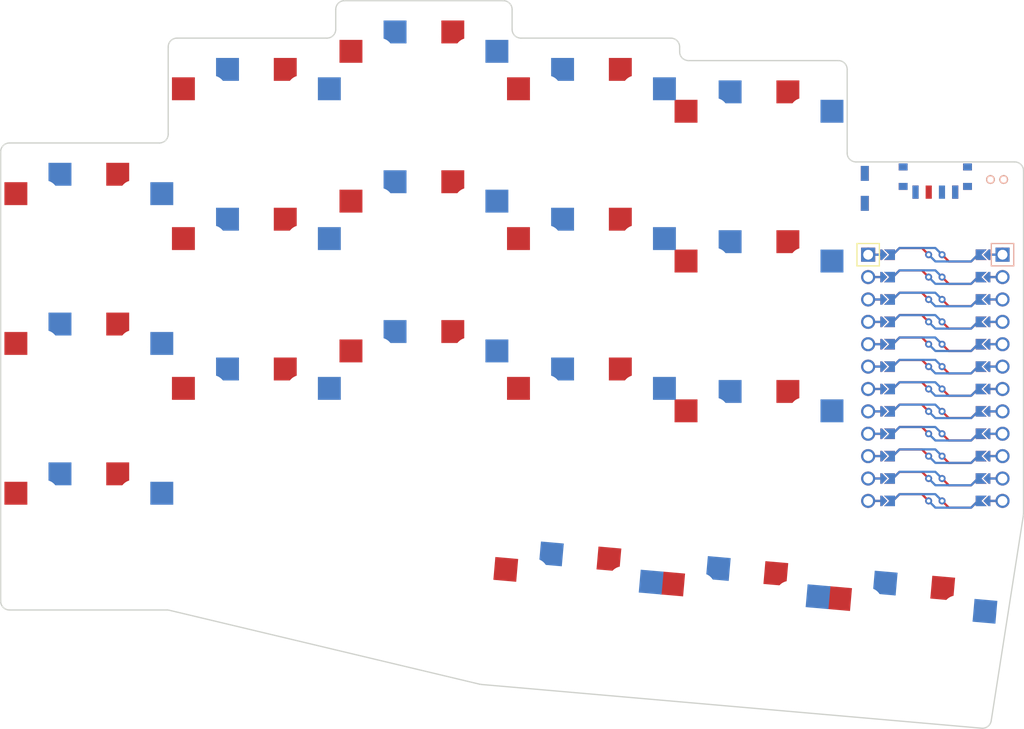
<source format=kicad_pcb>

            
(kicad_pcb (version 20171130) (host pcbnew 5.1.6)

  (page A3)
  (title_block
    (title buckyboard)
    (rev v1.0.0)
    (company Unknown)
  )

  (general
    (thickness 1.6)
  )

  (layers
    (0 F.Cu signal)
    (31 B.Cu signal)
    (32 B.Adhes user)
    (33 F.Adhes user)
    (34 B.Paste user)
    (35 F.Paste user)
    (36 B.SilkS user)
    (37 F.SilkS user)
    (38 B.Mask user)
    (39 F.Mask user)
    (40 Dwgs.User user)
    (41 Cmts.User user)
    (42 Eco1.User user)
    (43 Eco2.User user)
    (44 Edge.Cuts user)
    (45 Margin user)
    (46 B.CrtYd user)
    (47 F.CrtYd user)
    (48 B.Fab user)
    (49 F.Fab user)
  )

  (setup
    (last_trace_width 0.25)
    (trace_clearance 0.2)
    (zone_clearance 0.508)
    (zone_45_only no)
    (trace_min 0.2)
    (via_size 0.8)
    (via_drill 0.4)
    (via_min_size 0.4)
    (via_min_drill 0.3)
    (uvia_size 0.3)
    (uvia_drill 0.1)
    (uvias_allowed no)
    (uvia_min_size 0.2)
    (uvia_min_drill 0.1)
    (edge_width 0.05)
    (segment_width 0.2)
    (pcb_text_width 0.3)
    (pcb_text_size 1.5 1.5)
    (mod_edge_width 0.12)
    (mod_text_size 1 1)
    (mod_text_width 0.15)
    (pad_size 1.524 1.524)
    (pad_drill 0.762)
    (pad_to_mask_clearance 0.05)
    (aux_axis_origin 0 0)
    (visible_elements FFFFFF7F)
    (pcbplotparams
      (layerselection 0x010fc_ffffffff)
      (usegerberextensions false)
      (usegerberattributes true)
      (usegerberadvancedattributes true)
      (creategerberjobfile true)
      (excludeedgelayer true)
      (linewidth 0.100000)
      (plotframeref false)
      (viasonmask false)
      (mode 1)
      (useauxorigin false)
      (hpglpennumber 1)
      (hpglpenspeed 20)
      (hpglpendiameter 15.000000)
      (psnegative false)
      (psa4output false)
      (plotreference true)
      (plotvalue true)
      (plotinvisibletext false)
      (padsonsilk false)
      (subtractmaskfromsilk false)
      (outputformat 1)
      (mirror false)
      (drillshape 1)
      (scaleselection 1)
      (outputdirectory ""))
  )

            (net 0 "")
(net 1 "matrix_pinky_bottom")
(net 2 "GND")
(net 3 "matrix_pinky_home")
(net 4 "matrix_pinky_top")
(net 5 "matrix_ring_bottom")
(net 6 "matrix_ring_home")
(net 7 "matrix_ring_top")
(net 8 "matrix_middle_bottom")
(net 9 "matrix_middle_home")
(net 10 "matrix_middle_top")
(net 11 "matrix_index_bottom")
(net 12 "matrix_index_home")
(net 13 "matrix_index_top")
(net 14 "matrix_inner_bottom")
(net 15 "matrix_inner_home")
(net 16 "matrix_inner_top")
(net 17 "thumbs_near")
(net 18 "thumbs_home")
(net 19 "thumbs_far")
(net 20 "RAW")
(net 21 "RST")
(net 22 "VCC")
(net 23 "pos")
            
  (net_class Default "This is the default net class."
    (clearance 0.2)
    (trace_width 0.25)
    (via_dia 0.8)
    (via_drill 0.4)
    (uvia_dia 0.3)
    (uvia_drill 0.1)
    (add_net "")
(add_net "matrix_pinky_bottom")
(add_net "GND")
(add_net "matrix_pinky_home")
(add_net "matrix_pinky_top")
(add_net "matrix_ring_bottom")
(add_net "matrix_ring_home")
(add_net "matrix_ring_top")
(add_net "matrix_middle_bottom")
(add_net "matrix_middle_home")
(add_net "matrix_middle_top")
(add_net "matrix_index_bottom")
(add_net "matrix_index_home")
(add_net "matrix_index_top")
(add_net "matrix_inner_bottom")
(add_net "matrix_inner_home")
(add_net "matrix_inner_top")
(add_net "thumbs_near")
(add_net "thumbs_home")
(add_net "thumbs_far")
(add_net "RAW")
(add_net "RST")
(add_net "VCC")
(add_net "pos")
  )

            
        
      (module PG1350 (layer F.Cu) (tedit 5DD50112)
      (at 0 0 0)

      
      (fp_text reference "S1" (at 0 0) (layer F.SilkS) hide (effects (font (size 1.27 1.27) (thickness 0.15))))
      (fp_text value "" (at 0 0) (layer F.SilkS) hide (effects (font (size 1.27 1.27) (thickness 0.15))))

      
      (fp_line (start -7 -6) (end -7 -7) (layer Dwgs.User) (width 0.15))
      (fp_line (start -7 7) (end -6 7) (layer Dwgs.User) (width 0.15))
      (fp_line (start -6 -7) (end -7 -7) (layer Dwgs.User) (width 0.15))
      (fp_line (start -7 7) (end -7 6) (layer Dwgs.User) (width 0.15))
      (fp_line (start 7 6) (end 7 7) (layer Dwgs.User) (width 0.15))
      (fp_line (start 7 -7) (end 6 -7) (layer Dwgs.User) (width 0.15))
      (fp_line (start 6 7) (end 7 7) (layer Dwgs.User) (width 0.15))
      (fp_line (start 7 -7) (end 7 -6) (layer Dwgs.User) (width 0.15))      
      
      
      (pad "" np_thru_hole circle (at 0 0) (size 3.429 3.429) (drill 3.429) (layers *.Cu *.Mask))
        
      
      (pad "" np_thru_hole circle (at 5.5 0) (size 1.7018 1.7018) (drill 1.7018) (layers *.Cu *.Mask))
      (pad "" np_thru_hole circle (at -5.5 0) (size 1.7018 1.7018) (drill 1.7018) (layers *.Cu *.Mask))
      
        
      
      (fp_line (start -9 -8.5) (end 9 -8.5) (layer Dwgs.User) (width 0.15))
      (fp_line (start 9 -8.5) (end 9 8.5) (layer Dwgs.User) (width 0.15))
      (fp_line (start 9 8.5) (end -9 8.5) (layer Dwgs.User) (width 0.15))
      (fp_line (start -9 8.5) (end -9 -8.5) (layer Dwgs.User) (width 0.15))
      
        
          
          (pad "" np_thru_hole circle (at 5 -3.75) (size 3 3) (drill 3) (layers *.Cu *.Mask))
          (pad "" np_thru_hole circle (at 0 -5.95) (size 3 3) (drill 3) (layers *.Cu *.Mask))
      
          
          (pad 1 smd rect (at -3.275 -5.95 0) (size 2.6 2.6) (layers B.Cu B.Paste B.Mask)  (net 1 "matrix_pinky_bottom"))
          (pad 2 smd rect (at 8.275 -3.75 0) (size 2.6 2.6) (layers B.Cu B.Paste B.Mask)  (net 2 "GND"))
        
        
          
          (pad "" np_thru_hole circle (at -5 -3.75) (size 3 3) (drill 3) (layers *.Cu *.Mask))
          (pad "" np_thru_hole circle (at 0 -5.95) (size 3 3) (drill 3) (layers *.Cu *.Mask))
      
          
          (pad 1 smd rect (at 3.275 -5.95 0) (size 2.6 2.6) (layers F.Cu F.Paste F.Mask)  (net 1 "matrix_pinky_bottom"))
          (pad 2 smd rect (at -8.275 -3.75 0) (size 2.6 2.6) (layers F.Cu F.Paste F.Mask)  (net 2 "GND"))
        )
        

        
      (module PG1350 (layer F.Cu) (tedit 5DD50112)
      (at 0 -17 0)

      
      (fp_text reference "S2" (at 0 0) (layer F.SilkS) hide (effects (font (size 1.27 1.27) (thickness 0.15))))
      (fp_text value "" (at 0 0) (layer F.SilkS) hide (effects (font (size 1.27 1.27) (thickness 0.15))))

      
      (fp_line (start -7 -6) (end -7 -7) (layer Dwgs.User) (width 0.15))
      (fp_line (start -7 7) (end -6 7) (layer Dwgs.User) (width 0.15))
      (fp_line (start -6 -7) (end -7 -7) (layer Dwgs.User) (width 0.15))
      (fp_line (start -7 7) (end -7 6) (layer Dwgs.User) (width 0.15))
      (fp_line (start 7 6) (end 7 7) (layer Dwgs.User) (width 0.15))
      (fp_line (start 7 -7) (end 6 -7) (layer Dwgs.User) (width 0.15))
      (fp_line (start 6 7) (end 7 7) (layer Dwgs.User) (width 0.15))
      (fp_line (start 7 -7) (end 7 -6) (layer Dwgs.User) (width 0.15))      
      
      
      (pad "" np_thru_hole circle (at 0 0) (size 3.429 3.429) (drill 3.429) (layers *.Cu *.Mask))
        
      
      (pad "" np_thru_hole circle (at 5.5 0) (size 1.7018 1.7018) (drill 1.7018) (layers *.Cu *.Mask))
      (pad "" np_thru_hole circle (at -5.5 0) (size 1.7018 1.7018) (drill 1.7018) (layers *.Cu *.Mask))
      
        
      
      (fp_line (start -9 -8.5) (end 9 -8.5) (layer Dwgs.User) (width 0.15))
      (fp_line (start 9 -8.5) (end 9 8.5) (layer Dwgs.User) (width 0.15))
      (fp_line (start 9 8.5) (end -9 8.5) (layer Dwgs.User) (width 0.15))
      (fp_line (start -9 8.5) (end -9 -8.5) (layer Dwgs.User) (width 0.15))
      
        
          
          (pad "" np_thru_hole circle (at 5 -3.75) (size 3 3) (drill 3) (layers *.Cu *.Mask))
          (pad "" np_thru_hole circle (at 0 -5.95) (size 3 3) (drill 3) (layers *.Cu *.Mask))
      
          
          (pad 1 smd rect (at -3.275 -5.95 0) (size 2.6 2.6) (layers B.Cu B.Paste B.Mask)  (net 3 "matrix_pinky_home"))
          (pad 2 smd rect (at 8.275 -3.75 0) (size 2.6 2.6) (layers B.Cu B.Paste B.Mask)  (net 2 "GND"))
        
        
          
          (pad "" np_thru_hole circle (at -5 -3.75) (size 3 3) (drill 3) (layers *.Cu *.Mask))
          (pad "" np_thru_hole circle (at 0 -5.95) (size 3 3) (drill 3) (layers *.Cu *.Mask))
      
          
          (pad 1 smd rect (at 3.275 -5.95 0) (size 2.6 2.6) (layers F.Cu F.Paste F.Mask)  (net 3 "matrix_pinky_home"))
          (pad 2 smd rect (at -8.275 -3.75 0) (size 2.6 2.6) (layers F.Cu F.Paste F.Mask)  (net 2 "GND"))
        )
        

        
      (module PG1350 (layer F.Cu) (tedit 5DD50112)
      (at 0 -34 0)

      
      (fp_text reference "S3" (at 0 0) (layer F.SilkS) hide (effects (font (size 1.27 1.27) (thickness 0.15))))
      (fp_text value "" (at 0 0) (layer F.SilkS) hide (effects (font (size 1.27 1.27) (thickness 0.15))))

      
      (fp_line (start -7 -6) (end -7 -7) (layer Dwgs.User) (width 0.15))
      (fp_line (start -7 7) (end -6 7) (layer Dwgs.User) (width 0.15))
      (fp_line (start -6 -7) (end -7 -7) (layer Dwgs.User) (width 0.15))
      (fp_line (start -7 7) (end -7 6) (layer Dwgs.User) (width 0.15))
      (fp_line (start 7 6) (end 7 7) (layer Dwgs.User) (width 0.15))
      (fp_line (start 7 -7) (end 6 -7) (layer Dwgs.User) (width 0.15))
      (fp_line (start 6 7) (end 7 7) (layer Dwgs.User) (width 0.15))
      (fp_line (start 7 -7) (end 7 -6) (layer Dwgs.User) (width 0.15))      
      
      
      (pad "" np_thru_hole circle (at 0 0) (size 3.429 3.429) (drill 3.429) (layers *.Cu *.Mask))
        
      
      (pad "" np_thru_hole circle (at 5.5 0) (size 1.7018 1.7018) (drill 1.7018) (layers *.Cu *.Mask))
      (pad "" np_thru_hole circle (at -5.5 0) (size 1.7018 1.7018) (drill 1.7018) (layers *.Cu *.Mask))
      
        
      
      (fp_line (start -9 -8.5) (end 9 -8.5) (layer Dwgs.User) (width 0.15))
      (fp_line (start 9 -8.5) (end 9 8.5) (layer Dwgs.User) (width 0.15))
      (fp_line (start 9 8.5) (end -9 8.5) (layer Dwgs.User) (width 0.15))
      (fp_line (start -9 8.5) (end -9 -8.5) (layer Dwgs.User) (width 0.15))
      
        
          
          (pad "" np_thru_hole circle (at 5 -3.75) (size 3 3) (drill 3) (layers *.Cu *.Mask))
          (pad "" np_thru_hole circle (at 0 -5.95) (size 3 3) (drill 3) (layers *.Cu *.Mask))
      
          
          (pad 1 smd rect (at -3.275 -5.95 0) (size 2.6 2.6) (layers B.Cu B.Paste B.Mask)  (net 4 "matrix_pinky_top"))
          (pad 2 smd rect (at 8.275 -3.75 0) (size 2.6 2.6) (layers B.Cu B.Paste B.Mask)  (net 2 "GND"))
        
        
          
          (pad "" np_thru_hole circle (at -5 -3.75) (size 3 3) (drill 3) (layers *.Cu *.Mask))
          (pad "" np_thru_hole circle (at 0 -5.95) (size 3 3) (drill 3) (layers *.Cu *.Mask))
      
          
          (pad 1 smd rect (at 3.275 -5.95 0) (size 2.6 2.6) (layers F.Cu F.Paste F.Mask)  (net 4 "matrix_pinky_top"))
          (pad 2 smd rect (at -8.275 -3.75 0) (size 2.6 2.6) (layers F.Cu F.Paste F.Mask)  (net 2 "GND"))
        )
        

        
      (module PG1350 (layer F.Cu) (tedit 5DD50112)
      (at 19 -11.9 0)

      
      (fp_text reference "S4" (at 0 0) (layer F.SilkS) hide (effects (font (size 1.27 1.27) (thickness 0.15))))
      (fp_text value "" (at 0 0) (layer F.SilkS) hide (effects (font (size 1.27 1.27) (thickness 0.15))))

      
      (fp_line (start -7 -6) (end -7 -7) (layer Dwgs.User) (width 0.15))
      (fp_line (start -7 7) (end -6 7) (layer Dwgs.User) (width 0.15))
      (fp_line (start -6 -7) (end -7 -7) (layer Dwgs.User) (width 0.15))
      (fp_line (start -7 7) (end -7 6) (layer Dwgs.User) (width 0.15))
      (fp_line (start 7 6) (end 7 7) (layer Dwgs.User) (width 0.15))
      (fp_line (start 7 -7) (end 6 -7) (layer Dwgs.User) (width 0.15))
      (fp_line (start 6 7) (end 7 7) (layer Dwgs.User) (width 0.15))
      (fp_line (start 7 -7) (end 7 -6) (layer Dwgs.User) (width 0.15))      
      
      
      (pad "" np_thru_hole circle (at 0 0) (size 3.429 3.429) (drill 3.429) (layers *.Cu *.Mask))
        
      
      (pad "" np_thru_hole circle (at 5.5 0) (size 1.7018 1.7018) (drill 1.7018) (layers *.Cu *.Mask))
      (pad "" np_thru_hole circle (at -5.5 0) (size 1.7018 1.7018) (drill 1.7018) (layers *.Cu *.Mask))
      
        
      
      (fp_line (start -9 -8.5) (end 9 -8.5) (layer Dwgs.User) (width 0.15))
      (fp_line (start 9 -8.5) (end 9 8.5) (layer Dwgs.User) (width 0.15))
      (fp_line (start 9 8.5) (end -9 8.5) (layer Dwgs.User) (width 0.15))
      (fp_line (start -9 8.5) (end -9 -8.5) (layer Dwgs.User) (width 0.15))
      
        
          
          (pad "" np_thru_hole circle (at 5 -3.75) (size 3 3) (drill 3) (layers *.Cu *.Mask))
          (pad "" np_thru_hole circle (at 0 -5.95) (size 3 3) (drill 3) (layers *.Cu *.Mask))
      
          
          (pad 1 smd rect (at -3.275 -5.95 0) (size 2.6 2.6) (layers B.Cu B.Paste B.Mask)  (net 5 "matrix_ring_bottom"))
          (pad 2 smd rect (at 8.275 -3.75 0) (size 2.6 2.6) (layers B.Cu B.Paste B.Mask)  (net 2 "GND"))
        
        
          
          (pad "" np_thru_hole circle (at -5 -3.75) (size 3 3) (drill 3) (layers *.Cu *.Mask))
          (pad "" np_thru_hole circle (at 0 -5.95) (size 3 3) (drill 3) (layers *.Cu *.Mask))
      
          
          (pad 1 smd rect (at 3.275 -5.95 0) (size 2.6 2.6) (layers F.Cu F.Paste F.Mask)  (net 5 "matrix_ring_bottom"))
          (pad 2 smd rect (at -8.275 -3.75 0) (size 2.6 2.6) (layers F.Cu F.Paste F.Mask)  (net 2 "GND"))
        )
        

        
      (module PG1350 (layer F.Cu) (tedit 5DD50112)
      (at 19 -28.9 0)

      
      (fp_text reference "S5" (at 0 0) (layer F.SilkS) hide (effects (font (size 1.27 1.27) (thickness 0.15))))
      (fp_text value "" (at 0 0) (layer F.SilkS) hide (effects (font (size 1.27 1.27) (thickness 0.15))))

      
      (fp_line (start -7 -6) (end -7 -7) (layer Dwgs.User) (width 0.15))
      (fp_line (start -7 7) (end -6 7) (layer Dwgs.User) (width 0.15))
      (fp_line (start -6 -7) (end -7 -7) (layer Dwgs.User) (width 0.15))
      (fp_line (start -7 7) (end -7 6) (layer Dwgs.User) (width 0.15))
      (fp_line (start 7 6) (end 7 7) (layer Dwgs.User) (width 0.15))
      (fp_line (start 7 -7) (end 6 -7) (layer Dwgs.User) (width 0.15))
      (fp_line (start 6 7) (end 7 7) (layer Dwgs.User) (width 0.15))
      (fp_line (start 7 -7) (end 7 -6) (layer Dwgs.User) (width 0.15))      
      
      
      (pad "" np_thru_hole circle (at 0 0) (size 3.429 3.429) (drill 3.429) (layers *.Cu *.Mask))
        
      
      (pad "" np_thru_hole circle (at 5.5 0) (size 1.7018 1.7018) (drill 1.7018) (layers *.Cu *.Mask))
      (pad "" np_thru_hole circle (at -5.5 0) (size 1.7018 1.7018) (drill 1.7018) (layers *.Cu *.Mask))
      
        
      
      (fp_line (start -9 -8.5) (end 9 -8.5) (layer Dwgs.User) (width 0.15))
      (fp_line (start 9 -8.5) (end 9 8.5) (layer Dwgs.User) (width 0.15))
      (fp_line (start 9 8.5) (end -9 8.5) (layer Dwgs.User) (width 0.15))
      (fp_line (start -9 8.5) (end -9 -8.5) (layer Dwgs.User) (width 0.15))
      
        
          
          (pad "" np_thru_hole circle (at 5 -3.75) (size 3 3) (drill 3) (layers *.Cu *.Mask))
          (pad "" np_thru_hole circle (at 0 -5.95) (size 3 3) (drill 3) (layers *.Cu *.Mask))
      
          
          (pad 1 smd rect (at -3.275 -5.95 0) (size 2.6 2.6) (layers B.Cu B.Paste B.Mask)  (net 6 "matrix_ring_home"))
          (pad 2 smd rect (at 8.275 -3.75 0) (size 2.6 2.6) (layers B.Cu B.Paste B.Mask)  (net 2 "GND"))
        
        
          
          (pad "" np_thru_hole circle (at -5 -3.75) (size 3 3) (drill 3) (layers *.Cu *.Mask))
          (pad "" np_thru_hole circle (at 0 -5.95) (size 3 3) (drill 3) (layers *.Cu *.Mask))
      
          
          (pad 1 smd rect (at 3.275 -5.95 0) (size 2.6 2.6) (layers F.Cu F.Paste F.Mask)  (net 6 "matrix_ring_home"))
          (pad 2 smd rect (at -8.275 -3.75 0) (size 2.6 2.6) (layers F.Cu F.Paste F.Mask)  (net 2 "GND"))
        )
        

        
      (module PG1350 (layer F.Cu) (tedit 5DD50112)
      (at 19 -45.9 0)

      
      (fp_text reference "S6" (at 0 0) (layer F.SilkS) hide (effects (font (size 1.27 1.27) (thickness 0.15))))
      (fp_text value "" (at 0 0) (layer F.SilkS) hide (effects (font (size 1.27 1.27) (thickness 0.15))))

      
      (fp_line (start -7 -6) (end -7 -7) (layer Dwgs.User) (width 0.15))
      (fp_line (start -7 7) (end -6 7) (layer Dwgs.User) (width 0.15))
      (fp_line (start -6 -7) (end -7 -7) (layer Dwgs.User) (width 0.15))
      (fp_line (start -7 7) (end -7 6) (layer Dwgs.User) (width 0.15))
      (fp_line (start 7 6) (end 7 7) (layer Dwgs.User) (width 0.15))
      (fp_line (start 7 -7) (end 6 -7) (layer Dwgs.User) (width 0.15))
      (fp_line (start 6 7) (end 7 7) (layer Dwgs.User) (width 0.15))
      (fp_line (start 7 -7) (end 7 -6) (layer Dwgs.User) (width 0.15))      
      
      
      (pad "" np_thru_hole circle (at 0 0) (size 3.429 3.429) (drill 3.429) (layers *.Cu *.Mask))
        
      
      (pad "" np_thru_hole circle (at 5.5 0) (size 1.7018 1.7018) (drill 1.7018) (layers *.Cu *.Mask))
      (pad "" np_thru_hole circle (at -5.5 0) (size 1.7018 1.7018) (drill 1.7018) (layers *.Cu *.Mask))
      
        
      
      (fp_line (start -9 -8.5) (end 9 -8.5) (layer Dwgs.User) (width 0.15))
      (fp_line (start 9 -8.5) (end 9 8.5) (layer Dwgs.User) (width 0.15))
      (fp_line (start 9 8.5) (end -9 8.5) (layer Dwgs.User) (width 0.15))
      (fp_line (start -9 8.5) (end -9 -8.5) (layer Dwgs.User) (width 0.15))
      
        
          
          (pad "" np_thru_hole circle (at 5 -3.75) (size 3 3) (drill 3) (layers *.Cu *.Mask))
          (pad "" np_thru_hole circle (at 0 -5.95) (size 3 3) (drill 3) (layers *.Cu *.Mask))
      
          
          (pad 1 smd rect (at -3.275 -5.95 0) (size 2.6 2.6) (layers B.Cu B.Paste B.Mask)  (net 7 "matrix_ring_top"))
          (pad 2 smd rect (at 8.275 -3.75 0) (size 2.6 2.6) (layers B.Cu B.Paste B.Mask)  (net 2 "GND"))
        
        
          
          (pad "" np_thru_hole circle (at -5 -3.75) (size 3 3) (drill 3) (layers *.Cu *.Mask))
          (pad "" np_thru_hole circle (at 0 -5.95) (size 3 3) (drill 3) (layers *.Cu *.Mask))
      
          
          (pad 1 smd rect (at 3.275 -5.95 0) (size 2.6 2.6) (layers F.Cu F.Paste F.Mask)  (net 7 "matrix_ring_top"))
          (pad 2 smd rect (at -8.275 -3.75 0) (size 2.6 2.6) (layers F.Cu F.Paste F.Mask)  (net 2 "GND"))
        )
        

        
      (module PG1350 (layer F.Cu) (tedit 5DD50112)
      (at 38 -16.15 0)

      
      (fp_text reference "S7" (at 0 0) (layer F.SilkS) hide (effects (font (size 1.27 1.27) (thickness 0.15))))
      (fp_text value "" (at 0 0) (layer F.SilkS) hide (effects (font (size 1.27 1.27) (thickness 0.15))))

      
      (fp_line (start -7 -6) (end -7 -7) (layer Dwgs.User) (width 0.15))
      (fp_line (start -7 7) (end -6 7) (layer Dwgs.User) (width 0.15))
      (fp_line (start -6 -7) (end -7 -7) (layer Dwgs.User) (width 0.15))
      (fp_line (start -7 7) (end -7 6) (layer Dwgs.User) (width 0.15))
      (fp_line (start 7 6) (end 7 7) (layer Dwgs.User) (width 0.15))
      (fp_line (start 7 -7) (end 6 -7) (layer Dwgs.User) (width 0.15))
      (fp_line (start 6 7) (end 7 7) (layer Dwgs.User) (width 0.15))
      (fp_line (start 7 -7) (end 7 -6) (layer Dwgs.User) (width 0.15))      
      
      
      (pad "" np_thru_hole circle (at 0 0) (size 3.429 3.429) (drill 3.429) (layers *.Cu *.Mask))
        
      
      (pad "" np_thru_hole circle (at 5.5 0) (size 1.7018 1.7018) (drill 1.7018) (layers *.Cu *.Mask))
      (pad "" np_thru_hole circle (at -5.5 0) (size 1.7018 1.7018) (drill 1.7018) (layers *.Cu *.Mask))
      
        
      
      (fp_line (start -9 -8.5) (end 9 -8.5) (layer Dwgs.User) (width 0.15))
      (fp_line (start 9 -8.5) (end 9 8.5) (layer Dwgs.User) (width 0.15))
      (fp_line (start 9 8.5) (end -9 8.5) (layer Dwgs.User) (width 0.15))
      (fp_line (start -9 8.5) (end -9 -8.5) (layer Dwgs.User) (width 0.15))
      
        
          
          (pad "" np_thru_hole circle (at 5 -3.75) (size 3 3) (drill 3) (layers *.Cu *.Mask))
          (pad "" np_thru_hole circle (at 0 -5.95) (size 3 3) (drill 3) (layers *.Cu *.Mask))
      
          
          (pad 1 smd rect (at -3.275 -5.95 0) (size 2.6 2.6) (layers B.Cu B.Paste B.Mask)  (net 8 "matrix_middle_bottom"))
          (pad 2 smd rect (at 8.275 -3.75 0) (size 2.6 2.6) (layers B.Cu B.Paste B.Mask)  (net 2 "GND"))
        
        
          
          (pad "" np_thru_hole circle (at -5 -3.75) (size 3 3) (drill 3) (layers *.Cu *.Mask))
          (pad "" np_thru_hole circle (at 0 -5.95) (size 3 3) (drill 3) (layers *.Cu *.Mask))
      
          
          (pad 1 smd rect (at 3.275 -5.95 0) (size 2.6 2.6) (layers F.Cu F.Paste F.Mask)  (net 8 "matrix_middle_bottom"))
          (pad 2 smd rect (at -8.275 -3.75 0) (size 2.6 2.6) (layers F.Cu F.Paste F.Mask)  (net 2 "GND"))
        )
        

        
      (module PG1350 (layer F.Cu) (tedit 5DD50112)
      (at 38 -33.15 0)

      
      (fp_text reference "S8" (at 0 0) (layer F.SilkS) hide (effects (font (size 1.27 1.27) (thickness 0.15))))
      (fp_text value "" (at 0 0) (layer F.SilkS) hide (effects (font (size 1.27 1.27) (thickness 0.15))))

      
      (fp_line (start -7 -6) (end -7 -7) (layer Dwgs.User) (width 0.15))
      (fp_line (start -7 7) (end -6 7) (layer Dwgs.User) (width 0.15))
      (fp_line (start -6 -7) (end -7 -7) (layer Dwgs.User) (width 0.15))
      (fp_line (start -7 7) (end -7 6) (layer Dwgs.User) (width 0.15))
      (fp_line (start 7 6) (end 7 7) (layer Dwgs.User) (width 0.15))
      (fp_line (start 7 -7) (end 6 -7) (layer Dwgs.User) (width 0.15))
      (fp_line (start 6 7) (end 7 7) (layer Dwgs.User) (width 0.15))
      (fp_line (start 7 -7) (end 7 -6) (layer Dwgs.User) (width 0.15))      
      
      
      (pad "" np_thru_hole circle (at 0 0) (size 3.429 3.429) (drill 3.429) (layers *.Cu *.Mask))
        
      
      (pad "" np_thru_hole circle (at 5.5 0) (size 1.7018 1.7018) (drill 1.7018) (layers *.Cu *.Mask))
      (pad "" np_thru_hole circle (at -5.5 0) (size 1.7018 1.7018) (drill 1.7018) (layers *.Cu *.Mask))
      
        
      
      (fp_line (start -9 -8.5) (end 9 -8.5) (layer Dwgs.User) (width 0.15))
      (fp_line (start 9 -8.5) (end 9 8.5) (layer Dwgs.User) (width 0.15))
      (fp_line (start 9 8.5) (end -9 8.5) (layer Dwgs.User) (width 0.15))
      (fp_line (start -9 8.5) (end -9 -8.5) (layer Dwgs.User) (width 0.15))
      
        
          
          (pad "" np_thru_hole circle (at 5 -3.75) (size 3 3) (drill 3) (layers *.Cu *.Mask))
          (pad "" np_thru_hole circle (at 0 -5.95) (size 3 3) (drill 3) (layers *.Cu *.Mask))
      
          
          (pad 1 smd rect (at -3.275 -5.95 0) (size 2.6 2.6) (layers B.Cu B.Paste B.Mask)  (net 9 "matrix_middle_home"))
          (pad 2 smd rect (at 8.275 -3.75 0) (size 2.6 2.6) (layers B.Cu B.Paste B.Mask)  (net 2 "GND"))
        
        
          
          (pad "" np_thru_hole circle (at -5 -3.75) (size 3 3) (drill 3) (layers *.Cu *.Mask))
          (pad "" np_thru_hole circle (at 0 -5.95) (size 3 3) (drill 3) (layers *.Cu *.Mask))
      
          
          (pad 1 smd rect (at 3.275 -5.95 0) (size 2.6 2.6) (layers F.Cu F.Paste F.Mask)  (net 9 "matrix_middle_home"))
          (pad 2 smd rect (at -8.275 -3.75 0) (size 2.6 2.6) (layers F.Cu F.Paste F.Mask)  (net 2 "GND"))
        )
        

        
      (module PG1350 (layer F.Cu) (tedit 5DD50112)
      (at 38 -50.15 0)

      
      (fp_text reference "S9" (at 0 0) (layer F.SilkS) hide (effects (font (size 1.27 1.27) (thickness 0.15))))
      (fp_text value "" (at 0 0) (layer F.SilkS) hide (effects (font (size 1.27 1.27) (thickness 0.15))))

      
      (fp_line (start -7 -6) (end -7 -7) (layer Dwgs.User) (width 0.15))
      (fp_line (start -7 7) (end -6 7) (layer Dwgs.User) (width 0.15))
      (fp_line (start -6 -7) (end -7 -7) (layer Dwgs.User) (width 0.15))
      (fp_line (start -7 7) (end -7 6) (layer Dwgs.User) (width 0.15))
      (fp_line (start 7 6) (end 7 7) (layer Dwgs.User) (width 0.15))
      (fp_line (start 7 -7) (end 6 -7) (layer Dwgs.User) (width 0.15))
      (fp_line (start 6 7) (end 7 7) (layer Dwgs.User) (width 0.15))
      (fp_line (start 7 -7) (end 7 -6) (layer Dwgs.User) (width 0.15))      
      
      
      (pad "" np_thru_hole circle (at 0 0) (size 3.429 3.429) (drill 3.429) (layers *.Cu *.Mask))
        
      
      (pad "" np_thru_hole circle (at 5.5 0) (size 1.7018 1.7018) (drill 1.7018) (layers *.Cu *.Mask))
      (pad "" np_thru_hole circle (at -5.5 0) (size 1.7018 1.7018) (drill 1.7018) (layers *.Cu *.Mask))
      
        
      
      (fp_line (start -9 -8.5) (end 9 -8.5) (layer Dwgs.User) (width 0.15))
      (fp_line (start 9 -8.5) (end 9 8.5) (layer Dwgs.User) (width 0.15))
      (fp_line (start 9 8.5) (end -9 8.5) (layer Dwgs.User) (width 0.15))
      (fp_line (start -9 8.5) (end -9 -8.5) (layer Dwgs.User) (width 0.15))
      
        
          
          (pad "" np_thru_hole circle (at 5 -3.75) (size 3 3) (drill 3) (layers *.Cu *.Mask))
          (pad "" np_thru_hole circle (at 0 -5.95) (size 3 3) (drill 3) (layers *.Cu *.Mask))
      
          
          (pad 1 smd rect (at -3.275 -5.95 0) (size 2.6 2.6) (layers B.Cu B.Paste B.Mask)  (net 10 "matrix_middle_top"))
          (pad 2 smd rect (at 8.275 -3.75 0) (size 2.6 2.6) (layers B.Cu B.Paste B.Mask)  (net 2 "GND"))
        
        
          
          (pad "" np_thru_hole circle (at -5 -3.75) (size 3 3) (drill 3) (layers *.Cu *.Mask))
          (pad "" np_thru_hole circle (at 0 -5.95) (size 3 3) (drill 3) (layers *.Cu *.Mask))
      
          
          (pad 1 smd rect (at 3.275 -5.95 0) (size 2.6 2.6) (layers F.Cu F.Paste F.Mask)  (net 10 "matrix_middle_top"))
          (pad 2 smd rect (at -8.275 -3.75 0) (size 2.6 2.6) (layers F.Cu F.Paste F.Mask)  (net 2 "GND"))
        )
        

        
      (module PG1350 (layer F.Cu) (tedit 5DD50112)
      (at 57 -11.9 0)

      
      (fp_text reference "S10" (at 0 0) (layer F.SilkS) hide (effects (font (size 1.27 1.27) (thickness 0.15))))
      (fp_text value "" (at 0 0) (layer F.SilkS) hide (effects (font (size 1.27 1.27) (thickness 0.15))))

      
      (fp_line (start -7 -6) (end -7 -7) (layer Dwgs.User) (width 0.15))
      (fp_line (start -7 7) (end -6 7) (layer Dwgs.User) (width 0.15))
      (fp_line (start -6 -7) (end -7 -7) (layer Dwgs.User) (width 0.15))
      (fp_line (start -7 7) (end -7 6) (layer Dwgs.User) (width 0.15))
      (fp_line (start 7 6) (end 7 7) (layer Dwgs.User) (width 0.15))
      (fp_line (start 7 -7) (end 6 -7) (layer Dwgs.User) (width 0.15))
      (fp_line (start 6 7) (end 7 7) (layer Dwgs.User) (width 0.15))
      (fp_line (start 7 -7) (end 7 -6) (layer Dwgs.User) (width 0.15))      
      
      
      (pad "" np_thru_hole circle (at 0 0) (size 3.429 3.429) (drill 3.429) (layers *.Cu *.Mask))
        
      
      (pad "" np_thru_hole circle (at 5.5 0) (size 1.7018 1.7018) (drill 1.7018) (layers *.Cu *.Mask))
      (pad "" np_thru_hole circle (at -5.5 0) (size 1.7018 1.7018) (drill 1.7018) (layers *.Cu *.Mask))
      
        
      
      (fp_line (start -9 -8.5) (end 9 -8.5) (layer Dwgs.User) (width 0.15))
      (fp_line (start 9 -8.5) (end 9 8.5) (layer Dwgs.User) (width 0.15))
      (fp_line (start 9 8.5) (end -9 8.5) (layer Dwgs.User) (width 0.15))
      (fp_line (start -9 8.5) (end -9 -8.5) (layer Dwgs.User) (width 0.15))
      
        
          
          (pad "" np_thru_hole circle (at 5 -3.75) (size 3 3) (drill 3) (layers *.Cu *.Mask))
          (pad "" np_thru_hole circle (at 0 -5.95) (size 3 3) (drill 3) (layers *.Cu *.Mask))
      
          
          (pad 1 smd rect (at -3.275 -5.95 0) (size 2.6 2.6) (layers B.Cu B.Paste B.Mask)  (net 11 "matrix_index_bottom"))
          (pad 2 smd rect (at 8.275 -3.75 0) (size 2.6 2.6) (layers B.Cu B.Paste B.Mask)  (net 2 "GND"))
        
        
          
          (pad "" np_thru_hole circle (at -5 -3.75) (size 3 3) (drill 3) (layers *.Cu *.Mask))
          (pad "" np_thru_hole circle (at 0 -5.95) (size 3 3) (drill 3) (layers *.Cu *.Mask))
      
          
          (pad 1 smd rect (at 3.275 -5.95 0) (size 2.6 2.6) (layers F.Cu F.Paste F.Mask)  (net 11 "matrix_index_bottom"))
          (pad 2 smd rect (at -8.275 -3.75 0) (size 2.6 2.6) (layers F.Cu F.Paste F.Mask)  (net 2 "GND"))
        )
        

        
      (module PG1350 (layer F.Cu) (tedit 5DD50112)
      (at 57 -28.9 0)

      
      (fp_text reference "S11" (at 0 0) (layer F.SilkS) hide (effects (font (size 1.27 1.27) (thickness 0.15))))
      (fp_text value "" (at 0 0) (layer F.SilkS) hide (effects (font (size 1.27 1.27) (thickness 0.15))))

      
      (fp_line (start -7 -6) (end -7 -7) (layer Dwgs.User) (width 0.15))
      (fp_line (start -7 7) (end -6 7) (layer Dwgs.User) (width 0.15))
      (fp_line (start -6 -7) (end -7 -7) (layer Dwgs.User) (width 0.15))
      (fp_line (start -7 7) (end -7 6) (layer Dwgs.User) (width 0.15))
      (fp_line (start 7 6) (end 7 7) (layer Dwgs.User) (width 0.15))
      (fp_line (start 7 -7) (end 6 -7) (layer Dwgs.User) (width 0.15))
      (fp_line (start 6 7) (end 7 7) (layer Dwgs.User) (width 0.15))
      (fp_line (start 7 -7) (end 7 -6) (layer Dwgs.User) (width 0.15))      
      
      
      (pad "" np_thru_hole circle (at 0 0) (size 3.429 3.429) (drill 3.429) (layers *.Cu *.Mask))
        
      
      (pad "" np_thru_hole circle (at 5.5 0) (size 1.7018 1.7018) (drill 1.7018) (layers *.Cu *.Mask))
      (pad "" np_thru_hole circle (at -5.5 0) (size 1.7018 1.7018) (drill 1.7018) (layers *.Cu *.Mask))
      
        
      
      (fp_line (start -9 -8.5) (end 9 -8.5) (layer Dwgs.User) (width 0.15))
      (fp_line (start 9 -8.5) (end 9 8.5) (layer Dwgs.User) (width 0.15))
      (fp_line (start 9 8.5) (end -9 8.5) (layer Dwgs.User) (width 0.15))
      (fp_line (start -9 8.5) (end -9 -8.5) (layer Dwgs.User) (width 0.15))
      
        
          
          (pad "" np_thru_hole circle (at 5 -3.75) (size 3 3) (drill 3) (layers *.Cu *.Mask))
          (pad "" np_thru_hole circle (at 0 -5.95) (size 3 3) (drill 3) (layers *.Cu *.Mask))
      
          
          (pad 1 smd rect (at -3.275 -5.95 0) (size 2.6 2.6) (layers B.Cu B.Paste B.Mask)  (net 12 "matrix_index_home"))
          (pad 2 smd rect (at 8.275 -3.75 0) (size 2.6 2.6) (layers B.Cu B.Paste B.Mask)  (net 2 "GND"))
        
        
          
          (pad "" np_thru_hole circle (at -5 -3.75) (size 3 3) (drill 3) (layers *.Cu *.Mask))
          (pad "" np_thru_hole circle (at 0 -5.95) (size 3 3) (drill 3) (layers *.Cu *.Mask))
      
          
          (pad 1 smd rect (at 3.275 -5.95 0) (size 2.6 2.6) (layers F.Cu F.Paste F.Mask)  (net 12 "matrix_index_home"))
          (pad 2 smd rect (at -8.275 -3.75 0) (size 2.6 2.6) (layers F.Cu F.Paste F.Mask)  (net 2 "GND"))
        )
        

        
      (module PG1350 (layer F.Cu) (tedit 5DD50112)
      (at 57 -45.9 0)

      
      (fp_text reference "S12" (at 0 0) (layer F.SilkS) hide (effects (font (size 1.27 1.27) (thickness 0.15))))
      (fp_text value "" (at 0 0) (layer F.SilkS) hide (effects (font (size 1.27 1.27) (thickness 0.15))))

      
      (fp_line (start -7 -6) (end -7 -7) (layer Dwgs.User) (width 0.15))
      (fp_line (start -7 7) (end -6 7) (layer Dwgs.User) (width 0.15))
      (fp_line (start -6 -7) (end -7 -7) (layer Dwgs.User) (width 0.15))
      (fp_line (start -7 7) (end -7 6) (layer Dwgs.User) (width 0.15))
      (fp_line (start 7 6) (end 7 7) (layer Dwgs.User) (width 0.15))
      (fp_line (start 7 -7) (end 6 -7) (layer Dwgs.User) (width 0.15))
      (fp_line (start 6 7) (end 7 7) (layer Dwgs.User) (width 0.15))
      (fp_line (start 7 -7) (end 7 -6) (layer Dwgs.User) (width 0.15))      
      
      
      (pad "" np_thru_hole circle (at 0 0) (size 3.429 3.429) (drill 3.429) (layers *.Cu *.Mask))
        
      
      (pad "" np_thru_hole circle (at 5.5 0) (size 1.7018 1.7018) (drill 1.7018) (layers *.Cu *.Mask))
      (pad "" np_thru_hole circle (at -5.5 0) (size 1.7018 1.7018) (drill 1.7018) (layers *.Cu *.Mask))
      
        
      
      (fp_line (start -9 -8.5) (end 9 -8.5) (layer Dwgs.User) (width 0.15))
      (fp_line (start 9 -8.5) (end 9 8.5) (layer Dwgs.User) (width 0.15))
      (fp_line (start 9 8.5) (end -9 8.5) (layer Dwgs.User) (width 0.15))
      (fp_line (start -9 8.5) (end -9 -8.5) (layer Dwgs.User) (width 0.15))
      
        
          
          (pad "" np_thru_hole circle (at 5 -3.75) (size 3 3) (drill 3) (layers *.Cu *.Mask))
          (pad "" np_thru_hole circle (at 0 -5.95) (size 3 3) (drill 3) (layers *.Cu *.Mask))
      
          
          (pad 1 smd rect (at -3.275 -5.95 0) (size 2.6 2.6) (layers B.Cu B.Paste B.Mask)  (net 13 "matrix_index_top"))
          (pad 2 smd rect (at 8.275 -3.75 0) (size 2.6 2.6) (layers B.Cu B.Paste B.Mask)  (net 2 "GND"))
        
        
          
          (pad "" np_thru_hole circle (at -5 -3.75) (size 3 3) (drill 3) (layers *.Cu *.Mask))
          (pad "" np_thru_hole circle (at 0 -5.95) (size 3 3) (drill 3) (layers *.Cu *.Mask))
      
          
          (pad 1 smd rect (at 3.275 -5.95 0) (size 2.6 2.6) (layers F.Cu F.Paste F.Mask)  (net 13 "matrix_index_top"))
          (pad 2 smd rect (at -8.275 -3.75 0) (size 2.6 2.6) (layers F.Cu F.Paste F.Mask)  (net 2 "GND"))
        )
        

        
      (module PG1350 (layer F.Cu) (tedit 5DD50112)
      (at 76 -9.35 0)

      
      (fp_text reference "S13" (at 0 0) (layer F.SilkS) hide (effects (font (size 1.27 1.27) (thickness 0.15))))
      (fp_text value "" (at 0 0) (layer F.SilkS) hide (effects (font (size 1.27 1.27) (thickness 0.15))))

      
      (fp_line (start -7 -6) (end -7 -7) (layer Dwgs.User) (width 0.15))
      (fp_line (start -7 7) (end -6 7) (layer Dwgs.User) (width 0.15))
      (fp_line (start -6 -7) (end -7 -7) (layer Dwgs.User) (width 0.15))
      (fp_line (start -7 7) (end -7 6) (layer Dwgs.User) (width 0.15))
      (fp_line (start 7 6) (end 7 7) (layer Dwgs.User) (width 0.15))
      (fp_line (start 7 -7) (end 6 -7) (layer Dwgs.User) (width 0.15))
      (fp_line (start 6 7) (end 7 7) (layer Dwgs.User) (width 0.15))
      (fp_line (start 7 -7) (end 7 -6) (layer Dwgs.User) (width 0.15))      
      
      
      (pad "" np_thru_hole circle (at 0 0) (size 3.429 3.429) (drill 3.429) (layers *.Cu *.Mask))
        
      
      (pad "" np_thru_hole circle (at 5.5 0) (size 1.7018 1.7018) (drill 1.7018) (layers *.Cu *.Mask))
      (pad "" np_thru_hole circle (at -5.5 0) (size 1.7018 1.7018) (drill 1.7018) (layers *.Cu *.Mask))
      
        
      
      (fp_line (start -9 -8.5) (end 9 -8.5) (layer Dwgs.User) (width 0.15))
      (fp_line (start 9 -8.5) (end 9 8.5) (layer Dwgs.User) (width 0.15))
      (fp_line (start 9 8.5) (end -9 8.5) (layer Dwgs.User) (width 0.15))
      (fp_line (start -9 8.5) (end -9 -8.5) (layer Dwgs.User) (width 0.15))
      
        
          
          (pad "" np_thru_hole circle (at 5 -3.75) (size 3 3) (drill 3) (layers *.Cu *.Mask))
          (pad "" np_thru_hole circle (at 0 -5.95) (size 3 3) (drill 3) (layers *.Cu *.Mask))
      
          
          (pad 1 smd rect (at -3.275 -5.95 0) (size 2.6 2.6) (layers B.Cu B.Paste B.Mask)  (net 14 "matrix_inner_bottom"))
          (pad 2 smd rect (at 8.275 -3.75 0) (size 2.6 2.6) (layers B.Cu B.Paste B.Mask)  (net 2 "GND"))
        
        
          
          (pad "" np_thru_hole circle (at -5 -3.75) (size 3 3) (drill 3) (layers *.Cu *.Mask))
          (pad "" np_thru_hole circle (at 0 -5.95) (size 3 3) (drill 3) (layers *.Cu *.Mask))
      
          
          (pad 1 smd rect (at 3.275 -5.95 0) (size 2.6 2.6) (layers F.Cu F.Paste F.Mask)  (net 14 "matrix_inner_bottom"))
          (pad 2 smd rect (at -8.275 -3.75 0) (size 2.6 2.6) (layers F.Cu F.Paste F.Mask)  (net 2 "GND"))
        )
        

        
      (module PG1350 (layer F.Cu) (tedit 5DD50112)
      (at 76 -26.35 0)

      
      (fp_text reference "S14" (at 0 0) (layer F.SilkS) hide (effects (font (size 1.27 1.27) (thickness 0.15))))
      (fp_text value "" (at 0 0) (layer F.SilkS) hide (effects (font (size 1.27 1.27) (thickness 0.15))))

      
      (fp_line (start -7 -6) (end -7 -7) (layer Dwgs.User) (width 0.15))
      (fp_line (start -7 7) (end -6 7) (layer Dwgs.User) (width 0.15))
      (fp_line (start -6 -7) (end -7 -7) (layer Dwgs.User) (width 0.15))
      (fp_line (start -7 7) (end -7 6) (layer Dwgs.User) (width 0.15))
      (fp_line (start 7 6) (end 7 7) (layer Dwgs.User) (width 0.15))
      (fp_line (start 7 -7) (end 6 -7) (layer Dwgs.User) (width 0.15))
      (fp_line (start 6 7) (end 7 7) (layer Dwgs.User) (width 0.15))
      (fp_line (start 7 -7) (end 7 -6) (layer Dwgs.User) (width 0.15))      
      
      
      (pad "" np_thru_hole circle (at 0 0) (size 3.429 3.429) (drill 3.429) (layers *.Cu *.Mask))
        
      
      (pad "" np_thru_hole circle (at 5.5 0) (size 1.7018 1.7018) (drill 1.7018) (layers *.Cu *.Mask))
      (pad "" np_thru_hole circle (at -5.5 0) (size 1.7018 1.7018) (drill 1.7018) (layers *.Cu *.Mask))
      
        
      
      (fp_line (start -9 -8.5) (end 9 -8.5) (layer Dwgs.User) (width 0.15))
      (fp_line (start 9 -8.5) (end 9 8.5) (layer Dwgs.User) (width 0.15))
      (fp_line (start 9 8.5) (end -9 8.5) (layer Dwgs.User) (width 0.15))
      (fp_line (start -9 8.5) (end -9 -8.5) (layer Dwgs.User) (width 0.15))
      
        
          
          (pad "" np_thru_hole circle (at 5 -3.75) (size 3 3) (drill 3) (layers *.Cu *.Mask))
          (pad "" np_thru_hole circle (at 0 -5.95) (size 3 3) (drill 3) (layers *.Cu *.Mask))
      
          
          (pad 1 smd rect (at -3.275 -5.95 0) (size 2.6 2.6) (layers B.Cu B.Paste B.Mask)  (net 15 "matrix_inner_home"))
          (pad 2 smd rect (at 8.275 -3.75 0) (size 2.6 2.6) (layers B.Cu B.Paste B.Mask)  (net 2 "GND"))
        
        
          
          (pad "" np_thru_hole circle (at -5 -3.75) (size 3 3) (drill 3) (layers *.Cu *.Mask))
          (pad "" np_thru_hole circle (at 0 -5.95) (size 3 3) (drill 3) (layers *.Cu *.Mask))
      
          
          (pad 1 smd rect (at 3.275 -5.95 0) (size 2.6 2.6) (layers F.Cu F.Paste F.Mask)  (net 15 "matrix_inner_home"))
          (pad 2 smd rect (at -8.275 -3.75 0) (size 2.6 2.6) (layers F.Cu F.Paste F.Mask)  (net 2 "GND"))
        )
        

        
      (module PG1350 (layer F.Cu) (tedit 5DD50112)
      (at 76 -43.35 0)

      
      (fp_text reference "S15" (at 0 0) (layer F.SilkS) hide (effects (font (size 1.27 1.27) (thickness 0.15))))
      (fp_text value "" (at 0 0) (layer F.SilkS) hide (effects (font (size 1.27 1.27) (thickness 0.15))))

      
      (fp_line (start -7 -6) (end -7 -7) (layer Dwgs.User) (width 0.15))
      (fp_line (start -7 7) (end -6 7) (layer Dwgs.User) (width 0.15))
      (fp_line (start -6 -7) (end -7 -7) (layer Dwgs.User) (width 0.15))
      (fp_line (start -7 7) (end -7 6) (layer Dwgs.User) (width 0.15))
      (fp_line (start 7 6) (end 7 7) (layer Dwgs.User) (width 0.15))
      (fp_line (start 7 -7) (end 6 -7) (layer Dwgs.User) (width 0.15))
      (fp_line (start 6 7) (end 7 7) (layer Dwgs.User) (width 0.15))
      (fp_line (start 7 -7) (end 7 -6) (layer Dwgs.User) (width 0.15))      
      
      
      (pad "" np_thru_hole circle (at 0 0) (size 3.429 3.429) (drill 3.429) (layers *.Cu *.Mask))
        
      
      (pad "" np_thru_hole circle (at 5.5 0) (size 1.7018 1.7018) (drill 1.7018) (layers *.Cu *.Mask))
      (pad "" np_thru_hole circle (at -5.5 0) (size 1.7018 1.7018) (drill 1.7018) (layers *.Cu *.Mask))
      
        
      
      (fp_line (start -9 -8.5) (end 9 -8.5) (layer Dwgs.User) (width 0.15))
      (fp_line (start 9 -8.5) (end 9 8.5) (layer Dwgs.User) (width 0.15))
      (fp_line (start 9 8.5) (end -9 8.5) (layer Dwgs.User) (width 0.15))
      (fp_line (start -9 8.5) (end -9 -8.5) (layer Dwgs.User) (width 0.15))
      
        
          
          (pad "" np_thru_hole circle (at 5 -3.75) (size 3 3) (drill 3) (layers *.Cu *.Mask))
          (pad "" np_thru_hole circle (at 0 -5.95) (size 3 3) (drill 3) (layers *.Cu *.Mask))
      
          
          (pad 1 smd rect (at -3.275 -5.95 0) (size 2.6 2.6) (layers B.Cu B.Paste B.Mask)  (net 16 "matrix_inner_top"))
          (pad 2 smd rect (at 8.275 -3.75 0) (size 2.6 2.6) (layers B.Cu B.Paste B.Mask)  (net 2 "GND"))
        
        
          
          (pad "" np_thru_hole circle (at -5 -3.75) (size 3 3) (drill 3) (layers *.Cu *.Mask))
          (pad "" np_thru_hole circle (at 0 -5.95) (size 3 3) (drill 3) (layers *.Cu *.Mask))
      
          
          (pad 1 smd rect (at 3.275 -5.95 0) (size 2.6 2.6) (layers F.Cu F.Paste F.Mask)  (net 16 "matrix_inner_top"))
          (pad 2 smd rect (at -8.275 -3.75 0) (size 2.6 2.6) (layers F.Cu F.Paste F.Mask)  (net 2 "GND"))
        )
        

        
      (module PG1350 (layer F.Cu) (tedit 5DD50112)
      (at 55.2 9.35 -5)

      
      (fp_text reference "S16" (at 0 0) (layer F.SilkS) hide (effects (font (size 1.27 1.27) (thickness 0.15))))
      (fp_text value "" (at 0 0) (layer F.SilkS) hide (effects (font (size 1.27 1.27) (thickness 0.15))))

      
      (fp_line (start -7 -6) (end -7 -7) (layer Dwgs.User) (width 0.15))
      (fp_line (start -7 7) (end -6 7) (layer Dwgs.User) (width 0.15))
      (fp_line (start -6 -7) (end -7 -7) (layer Dwgs.User) (width 0.15))
      (fp_line (start -7 7) (end -7 6) (layer Dwgs.User) (width 0.15))
      (fp_line (start 7 6) (end 7 7) (layer Dwgs.User) (width 0.15))
      (fp_line (start 7 -7) (end 6 -7) (layer Dwgs.User) (width 0.15))
      (fp_line (start 6 7) (end 7 7) (layer Dwgs.User) (width 0.15))
      (fp_line (start 7 -7) (end 7 -6) (layer Dwgs.User) (width 0.15))      
      
      
      (pad "" np_thru_hole circle (at 0 0) (size 3.429 3.429) (drill 3.429) (layers *.Cu *.Mask))
        
      
      (pad "" np_thru_hole circle (at 5.5 0) (size 1.7018 1.7018) (drill 1.7018) (layers *.Cu *.Mask))
      (pad "" np_thru_hole circle (at -5.5 0) (size 1.7018 1.7018) (drill 1.7018) (layers *.Cu *.Mask))
      
        
      
      (fp_line (start -9 -8.5) (end 9 -8.5) (layer Dwgs.User) (width 0.15))
      (fp_line (start 9 -8.5) (end 9 8.5) (layer Dwgs.User) (width 0.15))
      (fp_line (start 9 8.5) (end -9 8.5) (layer Dwgs.User) (width 0.15))
      (fp_line (start -9 8.5) (end -9 -8.5) (layer Dwgs.User) (width 0.15))
      
        
          
          (pad "" np_thru_hole circle (at 5 -3.75) (size 3 3) (drill 3) (layers *.Cu *.Mask))
          (pad "" np_thru_hole circle (at 0 -5.95) (size 3 3) (drill 3) (layers *.Cu *.Mask))
      
          
          (pad 1 smd rect (at -3.275 -5.95 -5) (size 2.6 2.6) (layers B.Cu B.Paste B.Mask)  (net 17 "thumbs_near"))
          (pad 2 smd rect (at 8.275 -3.75 -5) (size 2.6 2.6) (layers B.Cu B.Paste B.Mask)  (net 2 "GND"))
        
        
          
          (pad "" np_thru_hole circle (at -5 -3.75) (size 3 3) (drill 3) (layers *.Cu *.Mask))
          (pad "" np_thru_hole circle (at 0 -5.95) (size 3 3) (drill 3) (layers *.Cu *.Mask))
      
          
          (pad 1 smd rect (at 3.275 -5.95 -5) (size 2.6 2.6) (layers F.Cu F.Paste F.Mask)  (net 17 "thumbs_near"))
          (pad 2 smd rect (at -8.275 -3.75 -5) (size 2.6 2.6) (layers F.Cu F.Paste F.Mask)  (net 2 "GND"))
        )
        

        
      (module PG1350 (layer F.Cu) (tedit 5DD50112)
      (at 74.1276993 11.0059591 -5)

      
      (fp_text reference "S17" (at 0 0) (layer F.SilkS) hide (effects (font (size 1.27 1.27) (thickness 0.15))))
      (fp_text value "" (at 0 0) (layer F.SilkS) hide (effects (font (size 1.27 1.27) (thickness 0.15))))

      
      (fp_line (start -7 -6) (end -7 -7) (layer Dwgs.User) (width 0.15))
      (fp_line (start -7 7) (end -6 7) (layer Dwgs.User) (width 0.15))
      (fp_line (start -6 -7) (end -7 -7) (layer Dwgs.User) (width 0.15))
      (fp_line (start -7 7) (end -7 6) (layer Dwgs.User) (width 0.15))
      (fp_line (start 7 6) (end 7 7) (layer Dwgs.User) (width 0.15))
      (fp_line (start 7 -7) (end 6 -7) (layer Dwgs.User) (width 0.15))
      (fp_line (start 6 7) (end 7 7) (layer Dwgs.User) (width 0.15))
      (fp_line (start 7 -7) (end 7 -6) (layer Dwgs.User) (width 0.15))      
      
      
      (pad "" np_thru_hole circle (at 0 0) (size 3.429 3.429) (drill 3.429) (layers *.Cu *.Mask))
        
      
      (pad "" np_thru_hole circle (at 5.5 0) (size 1.7018 1.7018) (drill 1.7018) (layers *.Cu *.Mask))
      (pad "" np_thru_hole circle (at -5.5 0) (size 1.7018 1.7018) (drill 1.7018) (layers *.Cu *.Mask))
      
        
      
      (fp_line (start -9 -8.5) (end 9 -8.5) (layer Dwgs.User) (width 0.15))
      (fp_line (start 9 -8.5) (end 9 8.5) (layer Dwgs.User) (width 0.15))
      (fp_line (start 9 8.5) (end -9 8.5) (layer Dwgs.User) (width 0.15))
      (fp_line (start -9 8.5) (end -9 -8.5) (layer Dwgs.User) (width 0.15))
      
        
          
          (pad "" np_thru_hole circle (at 5 -3.75) (size 3 3) (drill 3) (layers *.Cu *.Mask))
          (pad "" np_thru_hole circle (at 0 -5.95) (size 3 3) (drill 3) (layers *.Cu *.Mask))
      
          
          (pad 1 smd rect (at -3.275 -5.95 -5) (size 2.6 2.6) (layers B.Cu B.Paste B.Mask)  (net 18 "thumbs_home"))
          (pad 2 smd rect (at 8.275 -3.75 -5) (size 2.6 2.6) (layers B.Cu B.Paste B.Mask)  (net 2 "GND"))
        
        
          
          (pad "" np_thru_hole circle (at -5 -3.75) (size 3 3) (drill 3) (layers *.Cu *.Mask))
          (pad "" np_thru_hole circle (at 0 -5.95) (size 3 3) (drill 3) (layers *.Cu *.Mask))
      
          
          (pad 1 smd rect (at 3.275 -5.95 -5) (size 2.6 2.6) (layers F.Cu F.Paste F.Mask)  (net 18 "thumbs_home"))
          (pad 2 smd rect (at -8.275 -3.75 -5) (size 2.6 2.6) (layers F.Cu F.Paste F.Mask)  (net 2 "GND"))
        )
        

        
      (module PG1350 (layer F.Cu) (tedit 5DD50112)
      (at 93.0553985 12.661918199999999 -5)

      
      (fp_text reference "S18" (at 0 0) (layer F.SilkS) hide (effects (font (size 1.27 1.27) (thickness 0.15))))
      (fp_text value "" (at 0 0) (layer F.SilkS) hide (effects (font (size 1.27 1.27) (thickness 0.15))))

      
      (fp_line (start -7 -6) (end -7 -7) (layer Dwgs.User) (width 0.15))
      (fp_line (start -7 7) (end -6 7) (layer Dwgs.User) (width 0.15))
      (fp_line (start -6 -7) (end -7 -7) (layer Dwgs.User) (width 0.15))
      (fp_line (start -7 7) (end -7 6) (layer Dwgs.User) (width 0.15))
      (fp_line (start 7 6) (end 7 7) (layer Dwgs.User) (width 0.15))
      (fp_line (start 7 -7) (end 6 -7) (layer Dwgs.User) (width 0.15))
      (fp_line (start 6 7) (end 7 7) (layer Dwgs.User) (width 0.15))
      (fp_line (start 7 -7) (end 7 -6) (layer Dwgs.User) (width 0.15))      
      
      
      (pad "" np_thru_hole circle (at 0 0) (size 3.429 3.429) (drill 3.429) (layers *.Cu *.Mask))
        
      
      (pad "" np_thru_hole circle (at 5.5 0) (size 1.7018 1.7018) (drill 1.7018) (layers *.Cu *.Mask))
      (pad "" np_thru_hole circle (at -5.5 0) (size 1.7018 1.7018) (drill 1.7018) (layers *.Cu *.Mask))
      
        
      
      (fp_line (start -9 -8.5) (end 9 -8.5) (layer Dwgs.User) (width 0.15))
      (fp_line (start 9 -8.5) (end 9 8.5) (layer Dwgs.User) (width 0.15))
      (fp_line (start 9 8.5) (end -9 8.5) (layer Dwgs.User) (width 0.15))
      (fp_line (start -9 8.5) (end -9 -8.5) (layer Dwgs.User) (width 0.15))
      
        
          
          (pad "" np_thru_hole circle (at 5 -3.75) (size 3 3) (drill 3) (layers *.Cu *.Mask))
          (pad "" np_thru_hole circle (at 0 -5.95) (size 3 3) (drill 3) (layers *.Cu *.Mask))
      
          
          (pad 1 smd rect (at -3.275 -5.95 -5) (size 2.6 2.6) (layers B.Cu B.Paste B.Mask)  (net 19 "thumbs_far"))
          (pad 2 smd rect (at 8.275 -3.75 -5) (size 2.6 2.6) (layers B.Cu B.Paste B.Mask)  (net 2 "GND"))
        
        
          
          (pad "" np_thru_hole circle (at -5 -3.75) (size 3 3) (drill 3) (layers *.Cu *.Mask))
          (pad "" np_thru_hole circle (at 0 -5.95) (size 3 3) (drill 3) (layers *.Cu *.Mask))
      
          
          (pad 1 smd rect (at 3.275 -5.95 -5) (size 2.6 2.6) (layers F.Cu F.Paste F.Mask)  (net 19 "thumbs_far"))
          (pad 2 smd rect (at -8.275 -3.75 -5) (size 2.6 2.6) (layers F.Cu F.Paste F.Mask)  (net 2 "GND"))
        )
        

    (module ProMicro (layer F.Cu) (tedit 6135B927)
      (at 96 -16.85 270)

    
    (descr "Solder-jumper reversible Pro Micro footprint")
    (tags "promicro ProMicro reversible solder jumper")
    (fp_text reference "MCU1" (at -16.256 -0.254 360) (layer F.SilkS) hide
      (effects (font (size 1 1) (thickness 0.15)))
    )

    
    (fp_line (start -15.24 6.35) (end -12.7 6.35) (layer F.SilkS) (width 0.15))
    (fp_line (start -15.24 6.35) (end -15.24 8.89) (layer F.SilkS) (width 0.15))
    (fp_line (start -12.7 6.35) (end -12.7 8.89) (layer F.SilkS) (width 0.15))
    (fp_line (start -12.7 8.89) (end -15.24 8.89) (layer F.SilkS) (width 0.15))
    (fp_line (start -15.24 -6.35) (end -12.7 -6.35) (layer B.SilkS) (width 0.15))
    (fp_line (start -15.24 -6.35) (end -15.24 -8.89) (layer B.SilkS) (width 0.15))
    (fp_line (start -12.7 -6.35) (end -12.7 -8.89) (layer B.SilkS) (width 0.15))
    (fp_line (start -12.7 -8.89) (end -15.24 -8.89) (layer B.SilkS) (width 0.15))

    
    (fp_line (start -19.304 -3.81) (end -14.224 -3.81) (layer Dwgs.User) (width 0.15))
    (fp_line (start -19.304 3.81) (end -19.304 -3.81) (layer Dwgs.User) (width 0.15))
    (fp_line (start -14.224 3.81) (end -19.304 3.81) (layer Dwgs.User) (width 0.15))
    (fp_line (start -14.224 -3.81) (end -14.224 3.81) (layer Dwgs.User) (width 0.15))

    (fp_circle (center 13.97 0.762) (end 14.095 0.762) (layer B.Mask) (width 0.25))
    (fp_circle (center 13.97 0.762) (end 14.095 0.762) (layer F.Mask) (width 0.25))
    (fp_circle (center 13.97 -0.762) (end 14.095 -0.762) (layer B.Mask) (width 0.25))
    (fp_circle (center 13.97 -0.762) (end 14.095 -0.762) (layer F.Mask) (width 0.25))
    (fp_circle (center 11.43 0.762) (end 11.555 0.762) (layer B.Mask) (width 0.25))
    (fp_circle (center 11.43 0.762) (end 11.555 0.762) (layer F.Mask) (width 0.25))
    (fp_circle (center 11.43 -0.762) (end 11.555 -0.762) (layer B.Mask) (width 0.25))
    (fp_circle (center 11.43 -0.762) (end 11.555 -0.762) (layer F.Mask) (width 0.25))
    (fp_circle (center 8.89 0.762) (end 9.015 0.762) (layer B.Mask) (width 0.25))
    (fp_circle (center 8.89 0.762) (end 9.015 0.762) (layer F.Mask) (width 0.25))
    (fp_circle (center 8.89 -0.762) (end 9.015 -0.762) (layer B.Mask) (width 0.25))
    (fp_circle (center 8.89 -0.762) (end 9.015 -0.762) (layer F.Mask) (width 0.25))
    (fp_circle (center 6.35 0.762) (end 6.475 0.762) (layer B.Mask) (width 0.25))
    (fp_circle (center 6.35 0.762) (end 6.475 0.762) (layer F.Mask) (width 0.25))
    (fp_circle (center 6.35 -0.762) (end 6.475 -0.762) (layer B.Mask) (width 0.25))
    (fp_circle (center 6.35 -0.762) (end 6.475 -0.762) (layer F.Mask) (width 0.25))
    (fp_circle (center 3.81 0.762) (end 3.935 0.762) (layer B.Mask) (width 0.25))
    (fp_circle (center 3.81 0.762) (end 3.935 0.762) (layer F.Mask) (width 0.25))
    (fp_circle (center 3.81 -0.762) (end 3.935 -0.762) (layer B.Mask) (width 0.25))
    (fp_circle (center 3.81 -0.762) (end 3.935 -0.762) (layer F.Mask) (width 0.25))
    (fp_circle (center 1.27 0.762) (end 1.395 0.762) (layer B.Mask) (width 0.25))
    (fp_circle (center 1.27 0.762) (end 1.395 0.762) (layer F.Mask) (width 0.25))
    (fp_circle (center 1.27 -0.762) (end 1.395 -0.762) (layer B.Mask) (width 0.25))
    (fp_circle (center 1.27 -0.762) (end 1.395 -0.762) (layer F.Mask) (width 0.25))
    (fp_circle (center -1.27 0.762) (end -1.145 0.762) (layer B.Mask) (width 0.25))
    (fp_circle (center -1.27 0.762) (end -1.145 0.762) (layer F.Mask) (width 0.25))
    (fp_circle (center -1.27 -0.762) (end -1.145 -0.762) (layer B.Mask) (width 0.25))
    (fp_circle (center -1.27 -0.762) (end -1.145 -0.762) (layer F.Mask) (width 0.25))
    (fp_circle (center -3.81 0.762) (end -3.685 0.762) (layer B.Mask) (width 0.25))
    (fp_circle (center -3.81 0.762) (end -3.685 0.762) (layer F.Mask) (width 0.25))
    (fp_circle (center -3.81 -0.762) (end -3.685 -0.762) (layer B.Mask) (width 0.25))
    (fp_circle (center -3.81 -0.762) (end -3.685 -0.762) (layer F.Mask) (width 0.25))
    (fp_circle (center -6.35 0.762) (end -6.225 0.762) (layer B.Mask) (width 0.25))
    (fp_circle (center -6.35 0.762) (end -6.225 0.762) (layer F.Mask) (width 0.25))
    (fp_circle (center -6.35 -0.762) (end -6.225 -0.762) (layer B.Mask) (width 0.25))
    (fp_circle (center -6.35 -0.762) (end -6.225 -0.762) (layer F.Mask) (width 0.25))
    (fp_circle (center -8.89 0.762) (end -8.765 0.762) (layer B.Mask) (width 0.25))
    (fp_circle (center -8.89 0.762) (end -8.765 0.762) (layer F.Mask) (width 0.25))
    (fp_circle (center -8.89 -0.762) (end -8.765 -0.762) (layer B.Mask) (width 0.25))
    (fp_circle (center -8.89 -0.762) (end -8.765 -0.762) (layer F.Mask) (width 0.25))
    (fp_circle (center -11.43 -0.762) (end -11.305 -0.762) (layer B.Mask) (width 0.25))
    (fp_circle (center -11.43 -0.762) (end -11.305 -0.762) (layer F.Mask) (width 0.25))
    (fp_circle (center -11.43 0.762) (end -11.305 0.762) (layer B.Mask) (width 0.25))
    (fp_circle (center -11.43 0.762) (end -11.305 0.762) (layer F.Mask) (width 0.25))
    (fp_circle (center -13.97 0.762) (end -13.845 0.762) (layer B.Mask) (width 0.25))
    (fp_circle (center -13.97 0.762) (end -13.845 0.762) (layer F.Mask) (width 0.25))
    (fp_circle (center -13.97 -0.762) (end -13.845 -0.762) (layer B.Mask) (width 0.25))
    (fp_circle (center -13.97 -0.762) (end -13.845 -0.762) (layer F.Mask) (width 0.25))
    (fp_poly (pts (xy 14.478 -5.08) (xy 13.462 -5.08) (xy 13.462 -6.096) (xy 14.478 -6.096)) (layer B.Mask) (width 0.1))
    (fp_poly (pts (xy 11.938 -5.08) (xy 10.922 -5.08) (xy 10.922 -6.096) (xy 11.938 -6.096)) (layer B.Mask) (width 0.1))
    (fp_poly (pts (xy 9.398 -5.08) (xy 8.382 -5.08) (xy 8.382 -6.096) (xy 9.398 -6.096)) (layer B.Mask) (width 0.1))
    (fp_poly (pts (xy 6.858 -5.08) (xy 5.842 -5.08) (xy 5.842 -6.096) (xy 6.858 -6.096)) (layer B.Mask) (width 0.1))
    (fp_poly (pts (xy 4.318 -5.08) (xy 3.302 -5.08) (xy 3.302 -6.096) (xy 4.318 -6.096)) (layer B.Mask) (width 0.1))
    (fp_poly (pts (xy 1.778 -5.08) (xy 0.762 -5.08) (xy 0.762 -6.096) (xy 1.778 -6.096)) (layer B.Mask) (width 0.1))
    (fp_poly (pts (xy -0.762 -5.08) (xy -1.778 -5.08) (xy -1.778 -6.096) (xy -0.762 -6.096)) (layer B.Mask) (width 0.1))
    (fp_poly (pts (xy -3.302 -5.08) (xy -4.318 -5.08) (xy -4.318 -6.096) (xy -3.302 -6.096)) (layer B.Mask) (width 0.1))
    (fp_poly (pts (xy -5.842 -5.08) (xy -6.858 -5.08) (xy -6.858 -6.096) (xy -5.842 -6.096)) (layer B.Mask) (width 0.1))
    (fp_poly (pts (xy -8.382 -5.08) (xy -9.398 -5.08) (xy -9.398 -6.096) (xy -8.382 -6.096)) (layer B.Mask) (width 0.1))
    (fp_poly (pts (xy -10.922 -5.08) (xy -11.938 -5.08) (xy -11.938 -6.096) (xy -10.922 -6.096)) (layer B.Mask) (width 0.1))
    (fp_poly (pts (xy -13.462 -5.08) (xy -14.478 -5.08) (xy -14.478 -6.096) (xy -13.462 -6.096)) (layer B.Mask) (width 0.1))
    (fp_poly (pts (xy 13.462 5.08) (xy 14.478 5.08) (xy 14.478 6.096) (xy 13.462 6.096)) (layer B.Mask) (width 0.1))
    (fp_poly (pts (xy 10.922 5.08) (xy 11.938 5.08) (xy 11.938 6.096) (xy 10.922 6.096)) (layer B.Mask) (width 0.1))
    (fp_poly (pts (xy 8.382 5.08) (xy 9.398 5.08) (xy 9.398 6.096) (xy 8.382 6.096)) (layer B.Mask) (width 0.1))
    (fp_poly (pts (xy 5.842 5.08) (xy 6.858 5.08) (xy 6.858 6.096) (xy 5.842 6.096)) (layer B.Mask) (width 0.1))
    (fp_poly (pts (xy 3.302 5.08) (xy 4.318 5.08) (xy 4.318 6.096) (xy 3.302 6.096)) (layer B.Mask) (width 0.1))
    (fp_poly (pts (xy 0.762 5.08) (xy 1.778 5.08) (xy 1.778 6.096) (xy 0.762 6.096)) (layer B.Mask) (width 0.1))
    (fp_poly (pts (xy -1.778 5.08) (xy -0.762 5.08) (xy -0.762 6.096) (xy -1.778 6.096)) (layer B.Mask) (width 0.1))
    (fp_poly (pts (xy -4.318 5.08) (xy -3.302 5.08) (xy -3.302 6.096) (xy -4.318 6.096)) (layer B.Mask) (width 0.1))
    (fp_poly (pts (xy -6.858 5.08) (xy -5.842 5.08) (xy -5.842 6.096) (xy -6.858 6.096)) (layer B.Mask) (width 0.1))
    (fp_poly (pts (xy -9.398 5.08) (xy -8.382 5.08) (xy -8.382 6.096) (xy -9.398 6.096)) (layer B.Mask) (width 0.1))
    (fp_poly (pts (xy -11.938 5.08) (xy -10.922 5.08) (xy -10.922 6.096) (xy -11.938 6.096)) (layer B.Mask) (width 0.1))
    (fp_poly (pts (xy -14.478 5.08) (xy -13.462 5.08) (xy -13.462 6.096) (xy -14.478 6.096)) (layer B.Mask) (width 0.1))
    (fp_poly (pts (xy -13.462 -5.08) (xy -14.478 -5.08) (xy -14.478 -6.096) (xy -13.462 -6.096)) (layer F.Mask) (width 0.1))
    (fp_poly (pts (xy 1.778 -5.08) (xy 0.762 -5.08) (xy 0.762 -6.096) (xy 1.778 -6.096)) (layer F.Mask) (width 0.1))
    (fp_poly (pts (xy -10.922 -5.08) (xy -11.938 -5.08) (xy -11.938 -6.096) (xy -10.922 -6.096)) (layer F.Mask) (width 0.1))
    (fp_poly (pts (xy -8.382 -5.08) (xy -9.398 -5.08) (xy -9.398 -6.096) (xy -8.382 -6.096)) (layer F.Mask) (width 0.1))
    (fp_poly (pts (xy -3.302 -5.08) (xy -4.318 -5.08) (xy -4.318 -6.096) (xy -3.302 -6.096)) (layer F.Mask) (width 0.1))
    (fp_poly (pts (xy -0.762 -5.08) (xy -1.778 -5.08) (xy -1.778 -6.096) (xy -0.762 -6.096)) (layer F.Mask) (width 0.1))
    (fp_poly (pts (xy 6.858 -5.08) (xy 5.842 -5.08) (xy 5.842 -6.096) (xy 6.858 -6.096)) (layer F.Mask) (width 0.1))
    (fp_poly (pts (xy 11.938 -5.08) (xy 10.922 -5.08) (xy 10.922 -6.096) (xy 11.938 -6.096)) (layer F.Mask) (width 0.1))
    (fp_poly (pts (xy -5.842 -5.08) (xy -6.858 -5.08) (xy -6.858 -6.096) (xy -5.842 -6.096)) (layer F.Mask) (width 0.1))
    (fp_poly (pts (xy 4.318 -5.08) (xy 3.302 -5.08) (xy 3.302 -6.096) (xy 4.318 -6.096)) (layer F.Mask) (width 0.1))
    (fp_poly (pts (xy 9.398 -5.08) (xy 8.382 -5.08) (xy 8.382 -6.096) (xy 9.398 -6.096)) (layer F.Mask) (width 0.1))
    (fp_poly (pts (xy 14.478 -5.08) (xy 13.462 -5.08) (xy 13.462 -6.096) (xy 14.478 -6.096)) (layer F.Mask) (width 0.1))
    (fp_poly (pts (xy 13.462 5.08) (xy 14.478 5.08) (xy 14.478 6.096) (xy 13.462 6.096)) (layer F.Mask) (width 0.1))
    (fp_poly (pts (xy 10.922 5.08) (xy 11.938 5.08) (xy 11.938 6.096) (xy 10.922 6.096)) (layer F.Mask) (width 0.1))
    (fp_poly (pts (xy 8.382 5.08) (xy 9.398 5.08) (xy 9.398 6.096) (xy 8.382 6.096)) (layer F.Mask) (width 0.1))
    (fp_poly (pts (xy 5.842 5.08) (xy 6.858 5.08) (xy 6.858 6.096) (xy 5.842 6.096)) (layer F.Mask) (width 0.1))
    (fp_poly (pts (xy 3.302 5.08) (xy 4.318 5.08) (xy 4.318 6.096) (xy 3.302 6.096)) (layer F.Mask) (width 0.1))
    (fp_poly (pts (xy 0.762 5.08) (xy 1.778 5.08) (xy 1.778 6.096) (xy 0.762 6.096)) (layer F.Mask) (width 0.1))
    (fp_poly (pts (xy -1.778 5.08) (xy -0.762 5.08) (xy -0.762 6.096) (xy -1.778 6.096)) (layer F.Mask) (width 0.1))
    (fp_poly (pts (xy -4.318 5.08) (xy -3.302 5.08) (xy -3.302 6.096) (xy -4.318 6.096)) (layer F.Mask) (width 0.1))
    (fp_poly (pts (xy -6.858 5.08) (xy -5.842 5.08) (xy -5.842 6.096) (xy -6.858 6.096)) (layer F.Mask) (width 0.1))
    (fp_poly (pts (xy -9.398 5.08) (xy -8.382 5.08) (xy -8.382 6.096) (xy -9.398 6.096)) (layer F.Mask) (width 0.1))
    (fp_poly (pts (xy -11.938 5.08) (xy -10.922 5.08) (xy -10.922 6.096) (xy -11.938 6.096)) (layer F.Mask) (width 0.1))
    (fp_poly (pts (xy -14.478 5.08) (xy -13.462 5.08) (xy -13.462 6.096) (xy -14.478 6.096)) (layer F.Mask) (width 0.1))
    (pad 2 smd custom (at -11.43 -0.762 270) (size 0.25 0.25) (layers F.Cu)
      (zone_connect 0)
      (options (clearance outline) (anchor circle))
      (primitives
        (gr_line (start 0 0) (end 0.766 -0.766) (width 0.25))
        (gr_line (start 0.766 -0.766) (end 0.766 -3.298) (width 0.25))
        (gr_line (start 0.766 -3.298) (end 0 -4.064) (width 0.25))
      ) (net 2 "GND"))
    (pad "" thru_hole circle (at -13.97 7.62) (size 1.6 1.6) (drill 1.1) (layers *.Cu *.Mask)
      (zone_connect 0))
    (pad "" thru_hole circle (at -11.43 7.62) (size 1.6 1.6) (drill 1.1) (layers *.Cu *.Mask))
    (pad "" thru_hole circle (at -8.89 7.62) (size 1.6 1.6) (drill 1.1) (layers *.Cu *.Mask))
    (pad "" thru_hole circle (at -6.35 7.62) (size 1.6 1.6) (drill 1.1) (layers *.Cu *.Mask))
    (pad "" thru_hole circle (at -3.81 7.62) (size 1.6 1.6) (drill 1.1) (layers *.Cu *.Mask))
    (pad "" thru_hole circle (at -1.27 7.62) (size 1.6 1.6) (drill 1.1) (layers *.Cu *.Mask))
    (pad "" thru_hole circle (at 1.27 7.62) (size 1.6 1.6) (drill 1.1) (layers *.Cu *.Mask))
    (pad "" thru_hole circle (at 3.81 7.62) (size 1.6 1.6) (drill 1.1) (layers *.Cu *.Mask))
    (pad "" thru_hole circle (at 6.35 7.62) (size 1.6 1.6) (drill 1.1) (layers *.Cu *.Mask))
    (pad "" thru_hole circle (at 8.89 7.62) (size 1.6 1.6) (drill 1.1) (layers *.Cu *.Mask))
    (pad "" thru_hole circle (at 11.43 7.62) (size 1.6 1.6) (drill 1.1) (layers *.Cu *.Mask))
    (pad "" thru_hole circle (at 13.97 7.62) (size 1.6 1.6) (drill 1.1) (layers *.Cu *.Mask))
    (pad "" thru_hole circle (at 13.97 -7.62) (size 1.6 1.6) (drill 1.1) (layers *.Cu *.Mask))
    (pad "" thru_hole circle (at 11.43 -7.62) (size 1.6 1.6) (drill 1.1) (layers *.Cu *.Mask))
    (pad "" thru_hole circle (at 8.89 -7.62) (size 1.6 1.6) (drill 1.1) (layers *.Cu *.Mask))
    (pad "" thru_hole circle (at 6.35 -7.62) (size 1.6 1.6) (drill 1.1) (layers *.Cu *.Mask))
    (pad "" thru_hole circle (at 3.81 -7.62) (size 1.6 1.6) (drill 1.1) (layers *.Cu *.Mask))
    (pad "" thru_hole circle (at 1.27 -7.62) (size 1.6 1.6) (drill 1.1) (layers *.Cu *.Mask))
    (pad "" thru_hole circle (at -1.27 -7.62) (size 1.6 1.6) (drill 1.1) (layers *.Cu *.Mask))
    (pad "" thru_hole circle (at -3.81 -7.62) (size 1.6 1.6) (drill 1.1) (layers *.Cu *.Mask))
    (pad "" thru_hole circle (at -6.35 -7.62) (size 1.6 1.6) (drill 1.1) (layers *.Cu *.Mask))
    (pad "" thru_hole circle (at -8.89 -7.62) (size 1.6 1.6) (drill 1.1) (layers *.Cu *.Mask))
    (pad "" thru_hole circle (at -11.43 -7.62) (size 1.6 1.6) (drill 1.1) (layers *.Cu *.Mask))
    (pad "" thru_hole circle (at -13.97 -7.62) (size 1.6 1.6) (drill 1.1) (layers *.Cu *.Mask))
    (pad "" smd custom (at -13.97 5.842 450) (size 0.1 0.1) (layers F.Cu F.Mask)
      (clearance 0.1) (zone_connect 0)
      (options (clearance outline) (anchor rect))
      (primitives
        (gr_poly (pts
          (xy 0.6 -0.4) (xy -0.6 -0.4) (xy -0.6 -0.2) (xy 0 0.4) (xy 0.6 -0.2)
  ) (width 0))
      ))
    (pad 24 smd custom (at -13.97 4.826 450) (size 1.2 0.5) (layers F.Cu F.Mask) (net 16 "matrix_inner_top")
      (clearance 0.1) (zone_connect 0)
      (options (clearance outline) (anchor rect))
      (primitives
        (gr_poly (pts
          (xy 0.6 0) (xy -0.6 0) (xy -0.6 -1) (xy 0 -0.4) (xy 0.6 -1)
  ) (width 0))
      ))
    (pad "" smd custom (at -13.97 6.35 450) (size 0.25 1) (layers F.Cu)
      (zone_connect 0)
      (options (clearance outline) (anchor rect))
      (primitives
      ))
    (pad "" thru_hole rect (at -13.97 7.62 270) (size 1.6 1.6) (drill 1.1) (layers F.Cu F.Mask)
      (zone_connect 0))
    (pad "" thru_hole rect (at -13.97 -7.62 270) (size 1.6 1.6) (drill 1.1) (layers B.Cu B.Mask)
      (zone_connect 0))
    (pad "" smd custom (at -11.43 6.35 450) (size 0.25 1) (layers F.Cu)
      (zone_connect 0)
      (options (clearance outline) (anchor rect))
      (primitives
      ))
    (pad "" smd custom (at -11.43 5.842 450) (size 0.1 0.1) (layers F.Cu F.Mask)
      (clearance 0.1) (zone_connect 0)
      (options (clearance outline) (anchor rect))
      (primitives
        (gr_poly (pts
          (xy 0.6 -0.4) (xy -0.6 -0.4) (xy -0.6 -0.2) (xy 0 0.4) (xy 0.6 -0.2)
  ) (width 0))
      ))
    (pad 23 smd custom (at -11.43 4.826 450) (size 1.2 0.5) (layers F.Cu F.Mask) (net 13 "matrix_index_top")
      (clearance 0.1) (zone_connect 0)
      (options (clearance outline) (anchor rect))
      (primitives
        (gr_poly (pts
          (xy 0.6 0) (xy -0.6 0) (xy -0.6 -1) (xy 0 -0.4) (xy 0.6 -1)
  ) (width 0))
      ))
    (pad "" smd custom (at -8.89 6.35 450) (size 0.25 1) (layers F.Cu)
      (zone_connect 0)
      (options (clearance outline) (anchor rect))
      (primitives
      ))
    (pad "" smd custom (at -8.89 5.842 450) (size 0.1 0.1) (layers F.Cu F.Mask)
      (clearance 0.1) (zone_connect 0)
      (options (clearance outline) (anchor rect))
      (primitives
        (gr_poly (pts
          (xy 0.6 -0.4) (xy -0.6 -0.4) (xy -0.6 -0.2) (xy 0 0.4) (xy 0.6 -0.2)
  ) (width 0))
      ))
    (pad 22 smd custom (at -8.89 4.826 450) (size 1.2 0.5) (layers F.Cu F.Mask) (net 2 "GND")
      (clearance 0.1) (zone_connect 0)
      (options (clearance outline) (anchor rect))
      (primitives
        (gr_poly (pts
          (xy 0.6 0) (xy -0.6 0) (xy -0.6 -1) (xy 0 -0.4) (xy 0.6 -1)
  ) (width 0))
      ))
    (pad "" smd custom (at -6.35 6.35 450) (size 0.25 1) (layers F.Cu)
      (zone_connect 0)
      (options (clearance outline) (anchor rect))
      (primitives
      ))
    (pad "" smd custom (at -6.35 5.842 450) (size 0.1 0.1) (layers F.Cu F.Mask)
      (clearance 0.1) (zone_connect 0)
      (options (clearance outline) (anchor rect))
      (primitives
        (gr_poly (pts
          (xy 0.6 -0.4) (xy -0.6 -0.4) (xy -0.6 -0.2) (xy 0 0.4) (xy 0.6 -0.2)
  ) (width 0))
      ))
    (pad 21 smd custom (at -6.35 4.826 450) (size 1.2 0.5) (layers F.Cu F.Mask) (net 2 "GND")
      (clearance 0.1) (zone_connect 0)
      (options (clearance outline) (anchor rect))
      (primitives
        (gr_poly (pts
          (xy 0.6 0) (xy -0.6 0) (xy -0.6 -1) (xy 0 -0.4) (xy 0.6 -1)
  ) (width 0))
      ))
    (pad "" smd custom (at -3.81 6.35 450) (size 0.25 1) (layers F.Cu)
      (zone_connect 0)
      (options (clearance outline) (anchor rect))
      (primitives
      ))
    (pad "" smd custom (at -3.81 5.842 450) (size 0.1 0.1) (layers F.Cu F.Mask)
      (clearance 0.1) (zone_connect 0)
      (options (clearance outline) (anchor rect))
      (primitives
        (gr_poly (pts
          (xy 0.6 -0.4) (xy -0.6 -0.4) (xy -0.6 -0.2) (xy 0 0.4) (xy 0.6 -0.2)
  ) (width 0))
      ))
    (pad 20 smd custom (at -3.81 4.826 450) (size 1.2 0.5) (layers F.Cu F.Mask) (net 10 "matrix_middle_top")
      (clearance 0.1) (zone_connect 0)
      (options (clearance outline) (anchor rect))
      (primitives
        (gr_poly (pts
          (xy 0.6 0) (xy -0.6 0) (xy -0.6 -1) (xy 0 -0.4) (xy 0.6 -1)
  ) (width 0))
      ))
    (pad "" smd custom (at -1.27 6.35 450) (size 0.25 1) (layers F.Cu)
      (zone_connect 0)
      (options (clearance outline) (anchor rect))
      (primitives
      ))
    (pad "" smd custom (at -1.27 5.842 450) (size 0.1 0.1) (layers F.Cu F.Mask)
      (clearance 0.1) (zone_connect 0)
      (options (clearance outline) (anchor rect))
      (primitives
        (gr_poly (pts
          (xy 0.6 -0.4) (xy -0.6 -0.4) (xy -0.6 -0.2) (xy 0 0.4) (xy 0.6 -0.2)
  ) (width 0))
      ))
    (pad 19 smd custom (at -1.27 4.826 450) (size 1.2 0.5) (layers F.Cu F.Mask) (net 4 "matrix_pinky_top")
      (clearance 0.1) (zone_connect 0)
      (options (clearance outline) (anchor rect))
      (primitives
        (gr_poly (pts
          (xy 0.6 0) (xy -0.6 0) (xy -0.6 -1) (xy 0 -0.4) (xy 0.6 -1)
  ) (width 0))
      ))
    (pad "" smd custom (at 1.27 6.35 450) (size 0.25 1) (layers F.Cu)
      (zone_connect 0)
      (options (clearance outline) (anchor rect))
      (primitives
      ))
    (pad "" smd custom (at 1.27 5.842 450) (size 0.1 0.1) (layers F.Cu F.Mask)
      (clearance 0.1) (zone_connect 0)
      (options (clearance outline) (anchor rect))
      (primitives
        (gr_poly (pts
          (xy 0.6 -0.4) (xy -0.6 -0.4) (xy -0.6 -0.2) (xy 0 0.4) (xy 0.6 -0.2)
  ) (width 0))
      ))
    (pad 18 smd custom (at 1.27 4.826 450) (size 1.2 0.5) (layers F.Cu F.Mask) (net 6 "matrix_ring_home")
      (clearance 0.1) (zone_connect 0)
      (options (clearance outline) (anchor rect))
      (primitives
        (gr_poly (pts
          (xy 0.6 0) (xy -0.6 0) (xy -0.6 -1) (xy 0 -0.4) (xy 0.6 -1)
  ) (width 0))
      ))
    (pad "" smd custom (at 3.81 6.35 450) (size 0.25 1) (layers F.Cu)
      (zone_connect 0)
      (options (clearance outline) (anchor rect))
      (primitives
      ))
    (pad "" smd custom (at 3.81 5.842 450) (size 0.1 0.1) (layers F.Cu F.Mask)
      (clearance 0.1) (zone_connect 0)
      (options (clearance outline) (anchor rect))
      (primitives
        (gr_poly (pts
          (xy 0.6 -0.4) (xy -0.6 -0.4) (xy -0.6 -0.2) (xy 0 0.4) (xy 0.6 -0.2)
  ) (width 0))
      ))
    (pad 17 smd custom (at 3.81 4.826 450) (size 1.2 0.5) (layers F.Cu F.Mask) (net 12 "matrix_index_home")
      (clearance 0.1) (zone_connect 0)
      (options (clearance outline) (anchor rect))
      (primitives
        (gr_poly (pts
          (xy 0.6 0) (xy -0.6 0) (xy -0.6 -1) (xy 0 -0.4) (xy 0.6 -1)
  ) (width 0))
      ))
    (pad "" smd custom (at 6.35 6.35 450) (size 0.25 1) (layers F.Cu)
      (zone_connect 0)
      (options (clearance outline) (anchor rect))
      (primitives
      ))
    (pad "" smd custom (at 6.35 5.842 450) (size 0.1 0.1) (layers F.Cu F.Mask)
      (clearance 0.1) (zone_connect 0)
      (options (clearance outline) (anchor rect))
      (primitives
        (gr_poly (pts
          (xy 0.6 -0.4) (xy -0.6 -0.4) (xy -0.6 -0.2) (xy 0 0.4) (xy 0.6 -0.2)
  ) (width 0))
      ))
    (pad 16 smd custom (at 6.35 4.826 450) (size 1.2 0.5) (layers F.Cu F.Mask) (net 1 "matrix_pinky_bottom")
      (clearance 0.1) (zone_connect 0)
      (options (clearance outline) (anchor rect))
      (primitives
        (gr_poly (pts
          (xy 0.6 0) (xy -0.6 0) (xy -0.6 -1) (xy 0 -0.4) (xy 0.6 -1)
  ) (width 0))
      ))
    (pad "" smd custom (at 8.89 6.35 450) (size 0.25 1) (layers F.Cu)
      (zone_connect 0)
      (options (clearance outline) (anchor rect))
      (primitives
      ))
    (pad "" smd custom (at 8.89 5.842 450) (size 0.1 0.1) (layers F.Cu F.Mask)
      (clearance 0.1) (zone_connect 0)
      (options (clearance outline) (anchor rect))
      (primitives
        (gr_poly (pts
          (xy 0.6 -0.4) (xy -0.6 -0.4) (xy -0.6 -0.2) (xy 0 0.4) (xy 0.6 -0.2)
  ) (width 0))
      ))
    (pad 15 smd custom (at 8.89 4.826 450) (size 1.2 0.5) (layers F.Cu F.Mask) (net 8 "matrix_middle_bottom")
      (clearance 0.1) (zone_connect 0)
      (options (clearance outline) (anchor rect))
      (primitives
        (gr_poly (pts
          (xy 0.6 0) (xy -0.6 0) (xy -0.6 -1) (xy 0 -0.4) (xy 0.6 -1)
  ) (width 0))
      ))
    (pad "" smd custom (at 11.43 6.35 450) (size 0.25 1) (layers F.Cu)
      (zone_connect 0)
      (options (clearance outline) (anchor rect))
      (primitives
      ))
    (pad "" smd custom (at 11.43 5.842 450) (size 0.1 0.1) (layers F.Cu F.Mask)
      (clearance 0.1) (zone_connect 0)
      (options (clearance outline) (anchor rect))
      (primitives
        (gr_poly (pts
          (xy 0.6 -0.4) (xy -0.6 -0.4) (xy -0.6 -0.2) (xy 0 0.4) (xy 0.6 -0.2)
  ) (width 0))
      ))
    (pad 14 smd custom (at 11.43 4.826 450) (size 1.2 0.5) (layers F.Cu F.Mask) (net 14 "matrix_inner_bottom")
      (clearance 0.1) (zone_connect 0)
      (options (clearance outline) (anchor rect))
      (primitives
        (gr_poly (pts
          (xy 0.6 0) (xy -0.6 0) (xy -0.6 -1) (xy 0 -0.4) (xy 0.6 -1)
  ) (width 0))
      ))
    (pad "" smd custom (at 13.97 6.35 450) (size 0.25 1) (layers F.Cu)
      (zone_connect 0)
      (options (clearance outline) (anchor rect))
      (primitives
      ))
    (pad "" smd custom (at 13.97 5.842 450) (size 0.1 0.1) (layers F.Cu F.Mask)
      (clearance 0.1) (zone_connect 0)
      (options (clearance outline) (anchor rect))
      (primitives
        (gr_poly (pts
          (xy 0.6 -0.4) (xy -0.6 -0.4) (xy -0.6 -0.2) (xy 0 0.4) (xy 0.6 -0.2)
  ) (width 0))
      ))
    (pad 13 smd custom (at 13.97 4.826 450) (size 1.2 0.5) (layers F.Cu F.Mask) (net 17 "thumbs_near")
      (clearance 0.1) (zone_connect 0)
      (options (clearance outline) (anchor rect))
      (primitives
        (gr_poly (pts
          (xy 0.6 0) (xy -0.6 0) (xy -0.6 -1) (xy 0 -0.4) (xy 0.6 -1)
  ) (width 0))
      ))
    (pad 1 smd custom (at -13.97 -4.826 270) (size 1.2 0.5) (layers F.Cu F.Mask) (net 20 "RAW")
      (clearance 0.1) (zone_connect 0)
      (options (clearance outline) (anchor rect))
      (primitives
        (gr_poly (pts
          (xy 0.6 0) (xy -0.6 0) (xy -0.6 -1) (xy 0 -0.4) (xy 0.6 -1)
  ) (width 0))
      ))
    (pad 3 smd custom (at -8.89 -4.826 270) (size 1.2 0.5) (layers F.Cu F.Mask) (net 21 "RST")
      (clearance 0.1) (zone_connect 0)
      (options (clearance outline) (anchor rect))
      (primitives
        (gr_poly (pts
          (xy 0.6 0) (xy -0.6 0) (xy -0.6 -1) (xy 0 -0.4) (xy 0.6 -1)
  ) (width 0))
      ))
    (pad "" smd custom (at -8.89 -6.35 270) (size 0.25 1) (layers F.Cu)
      (zone_connect 0)
      (options (clearance outline) (anchor rect))
      (primitives
      ))
    (pad "" smd custom (at -8.89 -5.842 270) (size 0.1 0.1) (layers F.Cu F.Mask)
      (clearance 0.1) (zone_connect 0)
      (options (clearance outline) (anchor rect))
      (primitives
        (gr_poly (pts
          (xy 0.6 -0.4) (xy -0.6 -0.4) (xy -0.6 -0.2) (xy 0 0.4) (xy 0.6 -0.2)
  ) (width 0))
      ))
    (pad "" smd custom (at -13.97 -5.842 270) (size 0.1 0.1) (layers F.Cu F.Mask)
      (clearance 0.1) (zone_connect 0)
      (options (clearance outline) (anchor rect))
      (primitives
        (gr_poly (pts
          (xy 0.6 -0.4) (xy -0.6 -0.4) (xy -0.6 -0.2) (xy 0 0.4) (xy 0.6 -0.2)
  ) (width 0))
      ))
    (pad "" smd custom (at -11.43 -6.35 270) (size 0.25 1) (layers F.Cu)
      (zone_connect 0)
      (options (clearance outline) (anchor rect))
      (primitives
      ))
    (pad 2 smd custom (at -11.43 -4.826 270) (size 1.2 0.5) (layers F.Cu F.Mask) (net 2 "GND")
      (clearance 0.1) (zone_connect 0)
      (options (clearance outline) (anchor rect))
      (primitives
        (gr_poly (pts
          (xy 0.6 0) (xy -0.6 0) (xy -0.6 -1) (xy 0 -0.4) (xy 0.6 -1)
  ) (width 0))
      ))
    (pad "" smd custom (at -13.97 -6.35 270) (size 0.25 1) (layers F.Cu)
      (zone_connect 0)
      (options (clearance outline) (anchor rect))
      (primitives
      ))
    (pad 4 smd custom (at -6.35 -4.826 270) (size 1.2 0.5) (layers F.Cu F.Mask) (net 22 "VCC")
      (clearance 0.1) (zone_connect 0)
      (options (clearance outline) (anchor rect))
      (primitives
        (gr_poly (pts
          (xy 0.6 0) (xy -0.6 0) (xy -0.6 -1) (xy 0 -0.4) (xy 0.6 -1)
  ) (width 0))
      ))
    (pad "" smd custom (at -11.43 -5.842 270) (size 0.1 0.1) (layers F.Cu F.Mask)
      (clearance 0.1) (zone_connect 0)
      (options (clearance outline) (anchor rect))
      (primitives
        (gr_poly (pts
          (xy 0.6 -0.4) (xy -0.6 -0.4) (xy -0.6 -0.2) (xy 0 0.4) (xy 0.6 -0.2)
  ) (width 0))
      ))
    (pad "" smd custom (at -6.35 -5.842 270) (size 0.1 0.1) (layers F.Cu F.Mask)
      (clearance 0.1) (zone_connect 0)
      (options (clearance outline) (anchor rect))
      (primitives
        (gr_poly (pts
          (xy 0.6 -0.4) (xy -0.6 -0.4) (xy -0.6 -0.2) (xy 0 0.4) (xy 0.6 -0.2)
  ) (width 0))
      ))
    (pad 6 smd custom (at -1.27 -4.826 270) (size 1.2 0.5) (layers F.Cu F.Mask) (net 3 "matrix_pinky_home")
      (clearance 0.1) (zone_connect 0)
      (options (clearance outline) (anchor rect))
      (primitives
        (gr_poly (pts
          (xy 0.6 0) (xy -0.6 0) (xy -0.6 -1) (xy 0 -0.4) (xy 0.6 -1)
  ) (width 0))
      ))
    (pad 7 smd custom (at 1.27 -4.826 270) (size 1.2 0.5) (layers F.Cu F.Mask) (net 9 "matrix_middle_home")
      (clearance 0.1) (zone_connect 0)
      (options (clearance outline) (anchor rect))
      (primitives
        (gr_poly (pts
          (xy 0.6 0) (xy -0.6 0) (xy -0.6 -1) (xy 0 -0.4) (xy 0.6 -1)
  ) (width 0))
      ))
    (pad "" smd custom (at 13.97 -6.35 270) (size 0.25 1) (layers F.Cu)
      (zone_connect 0)
      (options (clearance outline) (anchor rect))
      (primitives
      ))
    (pad "" smd custom (at 1.27 -5.842 270) (size 0.1 0.1) (layers F.Cu F.Mask)
      (clearance 0.1) (zone_connect 0)
      (options (clearance outline) (anchor rect))
      (primitives
        (gr_poly (pts
          (xy 0.6 -0.4) (xy -0.6 -0.4) (xy -0.6 -0.2) (xy 0 0.4) (xy 0.6 -0.2)
  ) (width 0))
      ))
    (pad "" smd custom (at 8.89 -6.35 270) (size 0.25 1) (layers F.Cu)
      (zone_connect 0)
      (options (clearance outline) (anchor rect))
      (primitives
      ))
    (pad 8 smd custom (at 3.81 -4.826 270) (size 1.2 0.5) (layers F.Cu F.Mask) (net 15 "matrix_inner_home")
      (clearance 0.1) (zone_connect 0)
      (options (clearance outline) (anchor rect))
      (primitives
        (gr_poly (pts
          (xy 0.6 0) (xy -0.6 0) (xy -0.6 -1) (xy 0 -0.4) (xy 0.6 -1)
  ) (width 0))
      ))
    (pad "" smd custom (at 1.27 -6.35 270) (size 0.25 1) (layers F.Cu)
      (zone_connect 0)
      (options (clearance outline) (anchor rect))
      (primitives
      ))
    (pad 12 smd custom (at 13.97 -4.826 270) (size 1.2 0.5) (layers F.Cu F.Mask) (net 19 "thumbs_far")
      (clearance 0.1) (zone_connect 0)
      (options (clearance outline) (anchor rect))
      (primitives
        (gr_poly (pts
          (xy 0.6 0) (xy -0.6 0) (xy -0.6 -1) (xy 0 -0.4) (xy 0.6 -1)
  ) (width 0))
      ))
    (pad "" smd custom (at 3.81 -5.842 270) (size 0.1 0.1) (layers F.Cu F.Mask)
      (clearance 0.1) (zone_connect 0)
      (options (clearance outline) (anchor rect))
      (primitives
        (gr_poly (pts
          (xy 0.6 -0.4) (xy -0.6 -0.4) (xy -0.6 -0.2) (xy 0 0.4) (xy 0.6 -0.2)
  ) (width 0))
      ))
    (pad "" smd custom (at 6.35 -6.35 270) (size 0.25 1) (layers F.Cu)
      (zone_connect 0)
      (options (clearance outline) (anchor rect))
      (primitives
      ))
    (pad "" smd custom (at 13.97 -5.842 270) (size 0.1 0.1) (layers F.Cu F.Mask)
      (clearance 0.1) (zone_connect 0)
      (options (clearance outline) (anchor rect))
      (primitives
        (gr_poly (pts
          (xy 0.6 -0.4) (xy -0.6 -0.4) (xy -0.6 -0.2) (xy 0 0.4) (xy 0.6 -0.2)
  ) (width 0))
      ))
    (pad "" smd custom (at -3.81 -6.35 270) (size 0.25 1) (layers F.Cu)
      (zone_connect 0)
      (options (clearance outline) (anchor rect))
      (primitives
      ))
    (pad "" smd custom (at 3.81 -6.35 270) (size 0.25 1) (layers F.Cu)
      (zone_connect 0)
      (options (clearance outline) (anchor rect))
      (primitives
      ))
    (pad "" smd custom (at -1.27 -6.35 270) (size 0.25 1) (layers F.Cu)
      (zone_connect 0)
      (options (clearance outline) (anchor rect))
      (primitives
      ))
    (pad 9 smd custom (at 6.35 -4.826 270) (size 1.2 0.5) (layers F.Cu F.Mask) (net 5 "matrix_ring_bottom")
      (clearance 0.1) (zone_connect 0)
      (options (clearance outline) (anchor rect))
      (primitives
        (gr_poly (pts
          (xy 0.6 0) (xy -0.6 0) (xy -0.6 -1) (xy 0 -0.4) (xy 0.6 -1)
  ) (width 0))
      ))
    (pad "" smd custom (at -6.35 -6.35 270) (size 0.25 1) (layers F.Cu)
      (zone_connect 0)
      (options (clearance outline) (anchor rect))
      (primitives
      ))
    (pad "" smd custom (at -3.81 -5.842 270) (size 0.1 0.1) (layers F.Cu F.Mask)
      (clearance 0.1) (zone_connect 0)
      (options (clearance outline) (anchor rect))
      (primitives
        (gr_poly (pts
          (xy 0.6 -0.4) (xy -0.6 -0.4) (xy -0.6 -0.2) (xy 0 0.4) (xy 0.6 -0.2)
  ) (width 0))
      ))
    (pad "" smd custom (at -1.27 -5.842 270) (size 0.1 0.1) (layers F.Cu F.Mask)
      (clearance 0.1) (zone_connect 0)
      (options (clearance outline) (anchor rect))
      (primitives
        (gr_poly (pts
          (xy 0.6 -0.4) (xy -0.6 -0.4) (xy -0.6 -0.2) (xy 0 0.4) (xy 0.6 -0.2)
  ) (width 0))
      ))
    (pad "" smd custom (at 6.35 -5.842 270) (size 0.1 0.1) (layers F.Cu F.Mask)
      (clearance 0.1) (zone_connect 0)
      (options (clearance outline) (anchor rect))
      (primitives
        (gr_poly (pts
          (xy 0.6 -0.4) (xy -0.6 -0.4) (xy -0.6 -0.2) (xy 0 0.4) (xy 0.6 -0.2)
  ) (width 0))
      ))
    (pad 10 smd custom (at 8.89 -4.826 270) (size 1.2 0.5) (layers F.Cu F.Mask) (net 11 "matrix_index_bottom")
      (clearance 0.1) (zone_connect 0)
      (options (clearance outline) (anchor rect))
      (primitives
        (gr_poly (pts
          (xy 0.6 0) (xy -0.6 0) (xy -0.6 -1) (xy 0 -0.4) (xy 0.6 -1)
  ) (width 0))
      ))
    (pad "" smd custom (at 8.89 -5.842 270) (size 0.1 0.1) (layers F.Cu F.Mask)
      (clearance 0.1) (zone_connect 0)
      (options (clearance outline) (anchor rect))
      (primitives
        (gr_poly (pts
          (xy 0.6 -0.4) (xy -0.6 -0.4) (xy -0.6 -0.2) (xy 0 0.4) (xy 0.6 -0.2)
  ) (width 0))
      ))
    (pad "" smd custom (at 11.43 -5.842 270) (size 0.1 0.1) (layers F.Cu F.Mask)
      (clearance 0.1) (zone_connect 0)
      (options (clearance outline) (anchor rect))
      (primitives
        (gr_poly (pts
          (xy 0.6 -0.4) (xy -0.6 -0.4) (xy -0.6 -0.2) (xy 0 0.4) (xy 0.6 -0.2)
  ) (width 0))
      ))
    (pad 11 smd custom (at 11.43 -4.826 270) (size 1.2 0.5) (layers F.Cu F.Mask) (net 18 "thumbs_home")
      (clearance 0.1) (zone_connect 0)
      (options (clearance outline) (anchor rect))
      (primitives
        (gr_poly (pts
          (xy 0.6 0) (xy -0.6 0) (xy -0.6 -1) (xy 0 -0.4) (xy 0.6 -1)
  ) (width 0))
      ))
    (pad "" smd custom (at 11.43 -6.35 270) (size 0.25 1) (layers F.Cu)
      (zone_connect 0)
      (options (clearance outline) (anchor rect))
      (primitives
      ))
    (pad 5 smd custom (at -3.81 -4.826 270) (size 1.2 0.5) (layers F.Cu F.Mask) (net 7 "matrix_ring_top")
      (clearance 0.1) (zone_connect 0)
      (options (clearance outline) (anchor rect))
      (primitives
        (gr_poly (pts
          (xy 0.6 0) (xy -0.6 0) (xy -0.6 -1) (xy 0 -0.4) (xy 0.6 -1)
  ) (width 0))
      ))
    (pad "" smd custom (at -13.97 6.35 450) (size 0.25 1) (layers B.Cu)
      (zone_connect 0)
      (options (clearance outline) (anchor rect))
      (primitives
      ))
    (pad 1 smd custom (at -13.97 4.826 450) (size 1.2 0.5) (layers B.Cu B.Mask) (net 20 "RAW")
      (clearance 0.1) (zone_connect 0)
      (options (clearance outline) (anchor rect))
      (primitives
        (gr_poly (pts
          (xy 0.6 0) (xy -0.6 0) (xy -0.6 -1) (xy 0 -0.4) (xy 0.6 -1)
  ) (width 0))
      ))
    (pad "" smd custom (at -13.97 5.842 450) (size 0.1 0.1) (layers B.Cu B.Mask)
      (clearance 0.1) (zone_connect 0)
      (options (clearance outline) (anchor rect))
      (primitives
        (gr_poly (pts
          (xy 0.6 -0.4) (xy -0.6 -0.4) (xy -0.6 -0.2) (xy 0 0.4) (xy 0.6 -0.2)
  ) (width 0))
      ))
    (pad "" smd custom (at -11.43 6.35 450) (size 0.25 1) (layers B.Cu)
      (zone_connect 0)
      (options (clearance outline) (anchor rect))
      (primitives
      ))
    (pad "" smd custom (at -11.43 5.842 450) (size 0.1 0.1) (layers B.Cu B.Mask)
      (clearance 0.1) (zone_connect 0)
      (options (clearance outline) (anchor rect))
      (primitives
        (gr_poly (pts
          (xy 0.6 -0.4) (xy -0.6 -0.4) (xy -0.6 -0.2) (xy 0 0.4) (xy 0.6 -0.2)
  ) (width 0))
      ))
    (pad 2 smd custom (at -11.43 4.826 450) (size 1.2 0.5) (layers B.Cu B.Mask)
      (clearance 0.1) (zone_connect 0)
      (options (clearance outline) (anchor rect))
      (primitives
        (gr_poly (pts
          (xy 0.6 0) (xy -0.6 0) (xy -0.6 -1) (xy 0 -0.4) (xy 0.6 -1)
  ) (width 0))
      ))
    (pad "" smd custom (at -8.89 6.35 450) (size 0.25 1) (layers B.Cu)
      (zone_connect 0)
      (options (clearance outline) (anchor rect))
      (primitives
      ))
    (pad "" smd custom (at -8.89 5.842 450) (size 0.1 0.1) (layers B.Cu B.Mask)
      (clearance 0.1) (zone_connect 0)
      (options (clearance outline) (anchor rect))
      (primitives
        (gr_poly (pts
          (xy 0.6 -0.4) (xy -0.6 -0.4) (xy -0.6 -0.2) (xy 0 0.4) (xy 0.6 -0.2)
  ) (width 0))
      ))
    (pad 3 smd custom (at -8.89 4.826 450) (size 1.2 0.5) (layers B.Cu B.Mask) (net 21 "RST")
      (clearance 0.1) (zone_connect 0)
      (options (clearance outline) (anchor rect))
      (primitives
        (gr_poly (pts
          (xy 0.6 0) (xy -0.6 0) (xy -0.6 -1) (xy 0 -0.4) (xy 0.6 -1)
  ) (width 0))
      ))
    (pad "" smd custom (at -6.35 6.35 450) (size 0.25 1) (layers B.Cu)
      (zone_connect 0)
      (options (clearance outline) (anchor rect))
      (primitives
      ))
    (pad "" smd custom (at -6.35 5.842 450) (size 0.1 0.1) (layers B.Cu B.Mask)
      (clearance 0.1) (zone_connect 0)
      (options (clearance outline) (anchor rect))
      (primitives
        (gr_poly (pts
          (xy 0.6 -0.4) (xy -0.6 -0.4) (xy -0.6 -0.2) (xy 0 0.4) (xy 0.6 -0.2)
  ) (width 0))
      ))
    (pad 4 smd custom (at -6.35 4.826 450) (size 1.2 0.5) (layers B.Cu B.Mask) (net 22 "VCC")
      (clearance 0.1) (zone_connect 0)
      (options (clearance outline) (anchor rect))
      (primitives
        (gr_poly (pts
          (xy 0.6 0) (xy -0.6 0) (xy -0.6 -1) (xy 0 -0.4) (xy 0.6 -1)
  ) (width 0))
      ))
    (pad "" smd custom (at -3.81 6.35 450) (size 0.25 1) (layers B.Cu)
      (zone_connect 0)
      (options (clearance outline) (anchor rect))
      (primitives
      ))
    (pad "" smd custom (at -3.81 5.842 450) (size 0.1 0.1) (layers B.Cu B.Mask)
      (clearance 0.1) (zone_connect 0)
      (options (clearance outline) (anchor rect))
      (primitives
        (gr_poly (pts
          (xy 0.6 -0.4) (xy -0.6 -0.4) (xy -0.6 -0.2) (xy 0 0.4) (xy 0.6 -0.2)
  ) (width 0))
      ))
    (pad 5 smd custom (at -3.81 4.826 450) (size 1.2 0.5) (layers B.Cu B.Mask) (net 7 "matrix_ring_top")
      (clearance 0.1) (zone_connect 0)
      (options (clearance outline) (anchor rect))
      (primitives
        (gr_poly (pts
          (xy 0.6 0) (xy -0.6 0) (xy -0.6 -1) (xy 0 -0.4) (xy 0.6 -1)
  ) (width 0))
      ))
    (pad "" smd custom (at -1.27 6.35 450) (size 0.25 1) (layers B.Cu)
      (zone_connect 0)
      (options (clearance outline) (anchor rect))
      (primitives
      ))
    (pad "" smd custom (at -1.27 5.842 450) (size 0.1 0.1) (layers B.Cu B.Mask)
      (clearance 0.1) (zone_connect 0)
      (options (clearance outline) (anchor rect))
      (primitives
        (gr_poly (pts
          (xy 0.6 -0.4) (xy -0.6 -0.4) (xy -0.6 -0.2) (xy 0 0.4) (xy 0.6 -0.2)
  ) (width 0))
      ))
    (pad 6 smd custom (at -1.27 4.826 450) (size 1.2 0.5) (layers B.Cu B.Mask) (net 3 "matrix_pinky_home")
      (clearance 0.1) (zone_connect 0)
      (options (clearance outline) (anchor rect))
      (primitives
        (gr_poly (pts
          (xy 0.6 0) (xy -0.6 0) (xy -0.6 -1) (xy 0 -0.4) (xy 0.6 -1)
  ) (width 0))
      ))
    (pad "" smd custom (at 1.27 6.35 450) (size 0.25 1) (layers B.Cu)
      (zone_connect 0)
      (options (clearance outline) (anchor rect))
      (primitives
      ))
    (pad "" smd custom (at 1.27 5.842 450) (size 0.1 0.1) (layers B.Cu B.Mask)
      (clearance 0.1) (zone_connect 0)
      (options (clearance outline) (anchor rect))
      (primitives
        (gr_poly (pts
          (xy 0.6 -0.4) (xy -0.6 -0.4) (xy -0.6 -0.2) (xy 0 0.4) (xy 0.6 -0.2)
  ) (width 0))
      ))
    (pad 7 smd custom (at 1.27 4.826 450) (size 1.2 0.5) (layers B.Cu B.Mask) (net 9 "matrix_middle_home")
      (clearance 0.1) (zone_connect 0)
      (options (clearance outline) (anchor rect))
      (primitives
        (gr_poly (pts
          (xy 0.6 0) (xy -0.6 0) (xy -0.6 -1) (xy 0 -0.4) (xy 0.6 -1)
  ) (width 0))
      ))
    (pad "" smd custom (at 3.81 6.35 450) (size 0.25 1) (layers B.Cu)
      (zone_connect 0)
      (options (clearance outline) (anchor rect))
      (primitives
      ))
    (pad "" smd custom (at 3.81 5.842 450) (size 0.1 0.1) (layers B.Cu B.Mask)
      (clearance 0.1) (zone_connect 0)
      (options (clearance outline) (anchor rect))
      (primitives
        (gr_poly (pts
          (xy 0.6 -0.4) (xy -0.6 -0.4) (xy -0.6 -0.2) (xy 0 0.4) (xy 0.6 -0.2)
  ) (width 0))
      ))
    (pad 8 smd custom (at 3.81 4.826 450) (size 1.2 0.5) (layers B.Cu B.Mask) (net 15 "matrix_inner_home")
      (clearance 0.1) (zone_connect 0)
      (options (clearance outline) (anchor rect))
      (primitives
        (gr_poly (pts
          (xy 0.6 0) (xy -0.6 0) (xy -0.6 -1) (xy 0 -0.4) (xy 0.6 -1)
  ) (width 0))
      ))
    (pad "" smd custom (at 6.35 6.35 450) (size 0.25 1) (layers B.Cu)
      (zone_connect 0)
      (options (clearance outline) (anchor rect))
      (primitives
      ))
    (pad "" smd custom (at 6.35 5.842 450) (size 0.1 0.1) (layers B.Cu B.Mask)
      (clearance 0.1) (zone_connect 0)
      (options (clearance outline) (anchor rect))
      (primitives
        (gr_poly (pts
          (xy 0.6 -0.4) (xy -0.6 -0.4) (xy -0.6 -0.2) (xy 0 0.4) (xy 0.6 -0.2)
  ) (width 0))
      ))
    (pad 9 smd custom (at 6.35 4.826 450) (size 1.2 0.5) (layers B.Cu B.Mask) (net 5 "matrix_ring_bottom")
      (clearance 0.1) (zone_connect 0)
      (options (clearance outline) (anchor rect))
      (primitives
        (gr_poly (pts
          (xy 0.6 0) (xy -0.6 0) (xy -0.6 -1) (xy 0 -0.4) (xy 0.6 -1)
  ) (width 0))
      ))
    (pad "" smd custom (at 8.89 6.35 450) (size 0.25 1) (layers B.Cu)
      (zone_connect 0)
      (options (clearance outline) (anchor rect))
      (primitives
      ))
    (pad "" smd custom (at 8.89 5.842 450) (size 0.1 0.1) (layers B.Cu B.Mask)
      (clearance 0.1) (zone_connect 0)
      (options (clearance outline) (anchor rect))
      (primitives
        (gr_poly (pts
          (xy 0.6 -0.4) (xy -0.6 -0.4) (xy -0.6 -0.2) (xy 0 0.4) (xy 0.6 -0.2)
  ) (width 0))
      ))
    (pad 10 smd custom (at 8.89 4.826 450) (size 1.2 0.5) (layers B.Cu B.Mask) (net 11 "matrix_index_bottom")
      (clearance 0.1) (zone_connect 0)
      (options (clearance outline) (anchor rect))
      (primitives
        (gr_poly (pts
          (xy 0.6 0) (xy -0.6 0) (xy -0.6 -1) (xy 0 -0.4) (xy 0.6 -1)
  ) (width 0))
      ))
    (pad "" smd custom (at 11.43 6.35 450) (size 0.25 1) (layers B.Cu)
      (zone_connect 0)
      (options (clearance outline) (anchor rect))
      (primitives
      ))
    (pad "" smd custom (at 11.43 5.842 450) (size 0.1 0.1) (layers B.Cu B.Mask)
      (clearance 0.1) (zone_connect 0)
      (options (clearance outline) (anchor rect))
      (primitives
        (gr_poly (pts
          (xy 0.6 -0.4) (xy -0.6 -0.4) (xy -0.6 -0.2) (xy 0 0.4) (xy 0.6 -0.2)
  ) (width 0))
      ))
    (pad 11 smd custom (at 11.43 4.826 450) (size 1.2 0.5) (layers B.Cu B.Mask) (net 18 "thumbs_home")
      (clearance 0.1) (zone_connect 0)
      (options (clearance outline) (anchor rect))
      (primitives
        (gr_poly (pts
          (xy 0.6 0) (xy -0.6 0) (xy -0.6 -1) (xy 0 -0.4) (xy 0.6 -1)
  ) (width 0))
      ))
    (pad "" smd custom (at 13.97 6.35 450) (size 0.25 1) (layers B.Cu)
      (zone_connect 0)
      (options (clearance outline) (anchor rect))
      (primitives
      ))
    (pad "" smd custom (at 13.97 5.842 450) (size 0.1 0.1) (layers B.Cu B.Mask)
      (clearance 0.1) (zone_connect 0)
      (options (clearance outline) (anchor rect))
      (primitives
        (gr_poly (pts
          (xy 0.6 -0.4) (xy -0.6 -0.4) (xy -0.6 -0.2) (xy 0 0.4) (xy 0.6 -0.2)
  ) (width 0))
      ))
    (pad 12 smd custom (at 13.97 4.826 450) (size 1.2 0.5) (layers B.Cu B.Mask) (net 19 "thumbs_far")
      (clearance 0.1) (zone_connect 0)
      (options (clearance outline) (anchor rect))
      (primitives
        (gr_poly (pts
          (xy 0.6 0) (xy -0.6 0) (xy -0.6 -1) (xy 0 -0.4) (xy 0.6 -1)
  ) (width 0))
      ))
    (pad "" smd custom (at -13.97 -6.35 270) (size 0.25 1) (layers B.Cu)
      (zone_connect 0)
      (options (clearance outline) (anchor rect))
      (primitives
      ))
    (pad "" smd custom (at -13.97 -5.842 270) (size 0.1 0.1) (layers B.Cu B.Mask)
      (clearance 0.1) (zone_connect 0)
      (options (clearance outline) (anchor rect))
      (primitives
        (gr_poly (pts
          (xy 0.6 -0.4) (xy -0.6 -0.4) (xy -0.6 -0.2) (xy 0 0.4) (xy 0.6 -0.2)
  ) (width 0))
      ))
    (pad 24 smd custom (at -13.97 -4.826 270) (size 1.2 0.5) (layers B.Cu B.Mask) (net 16 "matrix_inner_top")
      (clearance 0.1) (zone_connect 0)
      (options (clearance outline) (anchor rect))
      (primitives
        (gr_poly (pts
          (xy 0.6 0) (xy -0.6 0) (xy -0.6 -1) (xy 0 -0.4) (xy 0.6 -1)
  ) (width 0))
      ))
    (pad 23 smd custom (at -11.43 -4.826 270) (size 1.2 0.5) (layers B.Cu B.Mask) (net 13 "matrix_index_top")
      (clearance 0.1) (zone_connect 0)
      (options (clearance outline) (anchor rect))
      (primitives
        (gr_poly (pts
          (xy 0.6 0) (xy -0.6 0) (xy -0.6 -1) (xy 0 -0.4) (xy 0.6 -1)
  ) (width 0))
      ))
    (pad "" smd custom (at -11.43 -6.35 270) (size 0.25 1) (layers B.Cu)
      (zone_connect 0)
      (options (clearance outline) (anchor rect))
      (primitives
      ))
    (pad "" smd custom (at -11.43 -5.842 270) (size 0.1 0.1) (layers B.Cu B.Mask)
      (clearance 0.1) (zone_connect 0)
      (options (clearance outline) (anchor rect))
      (primitives
        (gr_poly (pts
          (xy 0.6 -0.4) (xy -0.6 -0.4) (xy -0.6 -0.2) (xy 0 0.4) (xy 0.6 -0.2)
  ) (width 0))
      ))
    (pad 22 smd custom (at -8.89 -4.826 270) (size 1.2 0.5) (layers B.Cu B.Mask) (net 2 "GND")
      (clearance 0.1) (zone_connect 0)
      (options (clearance outline) (anchor rect))
      (primitives
        (gr_poly (pts
          (xy 0.6 0) (xy -0.6 0) (xy -0.6 -1) (xy 0 -0.4) (xy 0.6 -1)
  ) (width 0))
      ))
    (pad "" smd custom (at -8.89 -6.35 270) (size 0.25 1) (layers B.Cu)
      (zone_connect 0)
      (options (clearance outline) (anchor rect))
      (primitives
      ))
    (pad "" smd custom (at -8.89 -5.842 270) (size 0.1 0.1) (layers B.Cu B.Mask)
      (clearance 0.1) (zone_connect 0)
      (options (clearance outline) (anchor rect))
      (primitives
        (gr_poly (pts
          (xy 0.6 -0.4) (xy -0.6 -0.4) (xy -0.6 -0.2) (xy 0 0.4) (xy 0.6 -0.2)
  ) (width 0))
      ))
    (pad 21 smd custom (at -6.35 -4.826 270) (size 1.2 0.5) (layers B.Cu B.Mask) (net 2 "GND")
      (clearance 0.1) (zone_connect 0)
      (options (clearance outline) (anchor rect))
      (primitives
        (gr_poly (pts
          (xy 0.6 0) (xy -0.6 0) (xy -0.6 -1) (xy 0 -0.4) (xy 0.6 -1)
  ) (width 0))
      ))
    (pad "" smd custom (at -6.35 -6.35 270) (size 0.25 1) (layers B.Cu)
      (zone_connect 0)
      (options (clearance outline) (anchor rect))
      (primitives
      ))
    (pad "" smd custom (at -6.35 -5.842 270) (size 0.1 0.1) (layers B.Cu B.Mask)
      (clearance 0.1) (zone_connect 0)
      (options (clearance outline) (anchor rect))
      (primitives
        (gr_poly (pts
          (xy 0.6 -0.4) (xy -0.6 -0.4) (xy -0.6 -0.2) (xy 0 0.4) (xy 0.6 -0.2)
  ) (width 0))
      ))
    (pad 20 smd custom (at -3.81 -4.826 270) (size 1.2 0.5) (layers B.Cu B.Mask) (net 10 "matrix_middle_top")
      (clearance 0.1) (zone_connect 0)
      (options (clearance outline) (anchor rect))
      (primitives
        (gr_poly (pts
          (xy 0.6 0) (xy -0.6 0) (xy -0.6 -1) (xy 0 -0.4) (xy 0.6 -1)
  ) (width 0))
      ))
    (pad "" smd custom (at -3.81 -6.35 270) (size 0.25 1) (layers B.Cu)
      (zone_connect 0)
      (options (clearance outline) (anchor rect))
      (primitives
      ))
    (pad "" smd custom (at -3.81 -5.842 270) (size 0.1 0.1) (layers B.Cu B.Mask)
      (clearance 0.1) (zone_connect 0)
      (options (clearance outline) (anchor rect))
      (primitives
        (gr_poly (pts
          (xy 0.6 -0.4) (xy -0.6 -0.4) (xy -0.6 -0.2) (xy 0 0.4) (xy 0.6 -0.2)
  ) (width 0))
      ))
    (pad 19 smd custom (at -1.27 -4.826 270) (size 1.2 0.5) (layers B.Cu B.Mask) (net 4 "matrix_pinky_top")
      (clearance 0.1) (zone_connect 0)
      (options (clearance outline) (anchor rect))
      (primitives
        (gr_poly (pts
          (xy 0.6 0) (xy -0.6 0) (xy -0.6 -1) (xy 0 -0.4) (xy 0.6 -1)
  ) (width 0))
      ))
    (pad "" smd custom (at -1.27 -6.35 270) (size 0.25 1) (layers B.Cu)
      (zone_connect 0)
      (options (clearance outline) (anchor rect))
      (primitives
      ))
    (pad "" smd custom (at -1.27 -5.842 270) (size 0.1 0.1) (layers B.Cu B.Mask)
      (clearance 0.1) (zone_connect 0)
      (options (clearance outline) (anchor rect))
      (primitives
        (gr_poly (pts
          (xy 0.6 -0.4) (xy -0.6 -0.4) (xy -0.6 -0.2) (xy 0 0.4) (xy 0.6 -0.2)
  ) (width 0))
      ))
    (pad 18 smd custom (at 1.27 -4.826 270) (size 1.2 0.5) (layers B.Cu B.Mask) (net 6 "matrix_ring_home")
      (clearance 0.1) (zone_connect 0)
      (options (clearance outline) (anchor rect))
      (primitives
        (gr_poly (pts
          (xy 0.6 0) (xy -0.6 0) (xy -0.6 -1) (xy 0 -0.4) (xy 0.6 -1)
  ) (width 0))
      ))
    (pad "" smd custom (at 1.27 -6.35 270) (size 0.25 1) (layers B.Cu)
      (zone_connect 0)
      (options (clearance outline) (anchor rect))
      (primitives
      ))
    (pad "" smd custom (at 1.27 -5.842 270) (size 0.1 0.1) (layers B.Cu B.Mask)
      (clearance 0.1) (zone_connect 0)
      (options (clearance outline) (anchor rect))
      (primitives
        (gr_poly (pts
          (xy 0.6 -0.4) (xy -0.6 -0.4) (xy -0.6 -0.2) (xy 0 0.4) (xy 0.6 -0.2)
  ) (width 0))
      ))
    (pad 17 smd custom (at 3.81 -4.826 270) (size 1.2 0.5) (layers B.Cu B.Mask) (net 12 "matrix_index_home")
      (clearance 0.1) (zone_connect 0)
      (options (clearance outline) (anchor rect))
      (primitives
        (gr_poly (pts
          (xy 0.6 0) (xy -0.6 0) (xy -0.6 -1) (xy 0 -0.4) (xy 0.6 -1)
  ) (width 0))
      ))
    (pad "" smd custom (at 3.81 -6.35 270) (size 0.25 1) (layers B.Cu)
      (zone_connect 0)
      (options (clearance outline) (anchor rect))
      (primitives
      ))
    (pad "" smd custom (at 3.81 -5.842 270) (size 0.1 0.1) (layers B.Cu B.Mask)
      (clearance 0.1) (zone_connect 0)
      (options (clearance outline) (anchor rect))
      (primitives
        (gr_poly (pts
          (xy 0.6 -0.4) (xy -0.6 -0.4) (xy -0.6 -0.2) (xy 0 0.4) (xy 0.6 -0.2)
  ) (width 0))
      ))
    (pad 16 smd custom (at 6.35 -4.826 270) (size 1.2 0.5) (layers B.Cu B.Mask) (net 1 "matrix_pinky_bottom")
      (clearance 0.1) (zone_connect 0)
      (options (clearance outline) (anchor rect))
      (primitives
        (gr_poly (pts
          (xy 0.6 0) (xy -0.6 0) (xy -0.6 -1) (xy 0 -0.4) (xy 0.6 -1)
  ) (width 0))
      ))
    (pad "" smd custom (at 6.35 -6.35 270) (size 0.25 1) (layers B.Cu)
      (zone_connect 0)
      (options (clearance outline) (anchor rect))
      (primitives
      ))
    (pad "" smd custom (at 6.35 -5.842 270) (size 0.1 0.1) (layers B.Cu B.Mask)
      (clearance 0.1) (zone_connect 0)
      (options (clearance outline) (anchor rect))
      (primitives
        (gr_poly (pts
          (xy 0.6 -0.4) (xy -0.6 -0.4) (xy -0.6 -0.2) (xy 0 0.4) (xy 0.6 -0.2)
  ) (width 0))
      ))
    (pad 15 smd custom (at 8.89 -4.826 270) (size 1.2 0.5) (layers B.Cu B.Mask) (net 8 "matrix_middle_bottom")
      (clearance 0.1) (zone_connect 0)
      (options (clearance outline) (anchor rect))
      (primitives
        (gr_poly (pts
          (xy 0.6 0) (xy -0.6 0) (xy -0.6 -1) (xy 0 -0.4) (xy 0.6 -1)
  ) (width 0))
      ))
    (pad "" smd custom (at 8.89 -6.35 270) (size 0.25 1) (layers B.Cu)
      (zone_connect 0)
      (options (clearance outline) (anchor rect))
      (primitives
      ))
    (pad "" smd custom (at 8.89 -5.842 270) (size 0.1 0.1) (layers B.Cu B.Mask)
      (clearance 0.1) (zone_connect 0)
      (options (clearance outline) (anchor rect))
      (primitives
        (gr_poly (pts
          (xy 0.6 -0.4) (xy -0.6 -0.4) (xy -0.6 -0.2) (xy 0 0.4) (xy 0.6 -0.2)
  ) (width 0))
      ))
    (pad 14 smd custom (at 11.43 -4.826 270) (size 1.2 0.5) (layers B.Cu B.Mask) (net 14 "matrix_inner_bottom")
      (clearance 0.1) (zone_connect 0)
      (options (clearance outline) (anchor rect))
      (primitives
        (gr_poly (pts
          (xy 0.6 0) (xy -0.6 0) (xy -0.6 -1) (xy 0 -0.4) (xy 0.6 -1)
  ) (width 0))
      ))
    (pad "" smd custom (at 11.43 -6.35 270) (size 0.25 1) (layers B.Cu)
      (zone_connect 0)
      (options (clearance outline) (anchor rect))
      (primitives
      ))
    (pad "" smd custom (at 11.43 -5.842 270) (size 0.1 0.1) (layers B.Cu B.Mask)
      (clearance 0.1) (zone_connect 0)
      (options (clearance outline) (anchor rect))
      (primitives
        (gr_poly (pts
          (xy 0.6 -0.4) (xy -0.6 -0.4) (xy -0.6 -0.2) (xy 0 0.4) (xy 0.6 -0.2)
  ) (width 0))
      ))
    (pad 13 smd custom (at 13.97 -4.826 270) (size 1.2 0.5) (layers B.Cu B.Mask) (net 17 "thumbs_near")
      (clearance 0.1) (zone_connect 0)
      (options (clearance outline) (anchor rect))
      (primitives
        (gr_poly (pts
          (xy 0.6 0) (xy -0.6 0) (xy -0.6 -1) (xy 0 -0.4) (xy 0.6 -1)
  ) (width 0))
      ))
    (pad "" smd custom (at 13.97 -6.35 270) (size 0.25 1) (layers B.Cu)
      (zone_connect 0)
      (options (clearance outline) (anchor rect))
      (primitives
      ))
    (pad "" smd custom (at 13.97 -5.842 270) (size 0.1 0.1) (layers B.Cu B.Mask)
      (clearance 0.1) (zone_connect 0)
      (options (clearance outline) (anchor rect))
      (primitives
        (gr_poly (pts
          (xy 0.6 -0.4) (xy -0.6 -0.4) (xy -0.6 -0.2) (xy 0 0.4) (xy 0.6 -0.2)
  ) (width 0))
      ))
    (pad 23 smd custom (at -11.43 0.762 450) (size 0.25 0.25) (layers F.Cu) (net 13 "matrix_index_top")
      (zone_connect 0)
      (options (clearance outline) (anchor circle))
      (primitives
        (gr_line (start 0 0) (end 0.762 -0.762) (width 0.25))
        (gr_line (start 0.762 -0.762) (end 0.762 -3.302) (width 0.25))
        (gr_line (start 0.762 -3.302) (end 0 -4.064) (width 0.25))
      ))
    (pad 23 smd custom (at -11.43 0.762 450) (size 0.25 0.25) (layers B.Cu) (net 13 "matrix_index_top")
      (zone_connect 0)
      (options (clearance outline) (anchor circle))
      (primitives
        (gr_line (start 0 0) (end -0.766 0.766) (width 0.25))
        (gr_line (start -0.766 0.766) (end -0.766 4.822) (width 0.25))
        (gr_line (start -0.766 4.822) (end 0 5.588) (width 0.25))
      ))
    (pad 2 smd custom (at -11.43 -0.762 270) (size 0.25 0.25) (layers B.Cu) (net 2 "GND")
      (zone_connect 0)
      (options (clearance outline) (anchor circle))
      (primitives
        (gr_line (start 0 0) (end -0.766 0.766) (width 0.25))
        (gr_line (start -0.766 0.766) (end -0.766 4.822) (width 0.25))
        (gr_line (start -0.766 4.822) (end 0 5.588) (width 0.25))
      ))
    (pad 2 thru_hole circle (at -11.43 -0.762 450) (size 0.8 0.8) (drill 0.4) (layers *.Cu) (net 2 "GND"))
    (pad 23 thru_hole circle (at -11.43 0.762 450) (size 0.8 0.8) (drill 0.4) (layers *.Cu) (net 13 "matrix_index_top"))
    (pad 24 thru_hole circle (at -13.97 0.762 450) (size 0.8 0.8) (drill 0.4) (layers *.Cu) (net 16 "matrix_inner_top"))
    (pad 1 thru_hole circle (at -13.97 -0.762 450) (size 0.8 0.8) (drill 0.4) (layers *.Cu) (net 20 "RAW"))
    (pad 24 smd custom (at -13.97 0.762 450) (size 0.25 0.25) (layers B.Cu) (net 16 "matrix_inner_top")
      (zone_connect 0)
      (options (clearance outline) (anchor circle))
      (primitives
        (gr_line (start 0 0) (end -0.766 0.766) (width 0.25))
        (gr_line (start -0.766 0.766) (end -0.766 4.822) (width 0.25))
        (gr_line (start -0.766 4.822) (end 0 5.588) (width 0.25))
      ))
    (pad 1 smd custom (at -13.97 -0.762 270) (size 0.25 0.25) (layers B.Cu) (net 20 "RAW")
      (zone_connect 0)
      (options (clearance outline) (anchor circle))
      (primitives
        (gr_line (start 0 0) (end -0.766 0.766) (width 0.25))
        (gr_line (start -0.766 0.766) (end -0.766 4.822) (width 0.25))
        (gr_line (start -0.766 4.822) (end 0 5.588) (width 0.25))
      ))
    (pad 1 smd custom (at -13.97 -0.762 270) (size 0.25 0.25) (layers F.Cu) (net 20 "RAW")
      (zone_connect 0)
      (options (clearance outline) (anchor circle))
      (primitives
        (gr_line (start 0 0) (end 0.766 -0.766) (width 0.25))
        (gr_line (start 0.766 -0.766) (end 0.766 -3.298) (width 0.25))
        (gr_line (start 0.766 -3.298) (end 0 -4.064) (width 0.25))
      ))
    (pad 24 smd custom (at -13.97 0.762 450) (size 0.25 0.25) (layers F.Cu) (net 16 "matrix_inner_top")
      (zone_connect 0)
      (options (clearance outline) (anchor circle))
      (primitives
        (gr_line (start 0 0) (end 0.762 -0.762) (width 0.25))
        (gr_line (start 0.762 -0.762) (end 0.762 -3.302) (width 0.25))
        (gr_line (start 0.762 -3.302) (end 0 -4.064) (width 0.25))
      ))
    (pad 22 thru_hole circle (at -8.89 0.762 450) (size 0.8 0.8) (drill 0.4) (layers *.Cu) (net 2 "GND"))
    (pad 3 thru_hole circle (at -8.89 -0.762 450) (size 0.8 0.8) (drill 0.4) (layers *.Cu) (net 21 "RST"))
    (pad 22 smd custom (at -8.89 0.762 450) (size 0.25 0.25) (layers B.Cu) (net 2 "GND")
      (zone_connect 0)
      (options (clearance outline) (anchor circle))
      (primitives
        (gr_line (start 0 0) (end -0.766 0.766) (width 0.25))
        (gr_line (start -0.766 0.766) (end -0.766 4.822) (width 0.25))
        (gr_line (start -0.766 4.822) (end 0 5.588) (width 0.25))
      ))
    (pad 3 smd custom (at -8.89 -0.762 270) (size 0.25 0.25) (layers B.Cu) (net 21 "RST")
      (zone_connect 0)
      (options (clearance outline) (anchor circle))
      (primitives
        (gr_line (start 0 0) (end -0.766 0.766) (width 0.25))
        (gr_line (start -0.766 0.766) (end -0.766 4.822) (width 0.25))
        (gr_line (start -0.766 4.822) (end 0 5.588) (width 0.25))
      ))
    (pad 3 smd custom (at -8.89 -0.762 270) (size 0.25 0.25) (layers F.Cu) (net 21 "RST")
      (zone_connect 0)
      (options (clearance outline) (anchor circle))
      (primitives
        (gr_line (start 0 0) (end 0.766 -0.766) (width 0.25))
        (gr_line (start 0.766 -0.766) (end 0.766 -3.298) (width 0.25))
        (gr_line (start 0.766 -3.298) (end 0 -4.064) (width 0.25))
      ))
    (pad 22 smd custom (at -8.89 0.762 450) (size 0.25 0.25) (layers F.Cu) (net 2 "GND")
      (zone_connect 0)
      (options (clearance outline) (anchor circle))
      (primitives
        (gr_line (start 0 0) (end 0.762 -0.762) (width 0.25))
        (gr_line (start 0.762 -0.762) (end 0.762 -3.302) (width 0.25))
        (gr_line (start 0.762 -3.302) (end 0 -4.064) (width 0.25))
      ))
    (pad 21 thru_hole circle (at -6.35 0.762 450) (size 0.8 0.8) (drill 0.4) (layers *.Cu) (net 2 "GND"))
    (pad 4 thru_hole circle (at -6.35 -0.762 450) (size 0.8 0.8) (drill 0.4) (layers *.Cu) (net 22 "VCC"))
    (pad 21 smd custom (at -6.35 0.762 450) (size 0.25 0.25) (layers B.Cu) (net 2 "GND")
      (zone_connect 0)
      (options (clearance outline) (anchor circle))
      (primitives
        (gr_line (start 0 0) (end -0.766 0.766) (width 0.25))
        (gr_line (start -0.766 0.766) (end -0.766 4.822) (width 0.25))
        (gr_line (start -0.766 4.822) (end 0 5.588) (width 0.25))
      ))
    (pad 4 smd custom (at -6.35 -0.762 270) (size 0.25 0.25) (layers B.Cu) (net 22 "VCC")
      (zone_connect 0)
      (options (clearance outline) (anchor circle))
      (primitives
        (gr_line (start 0 0) (end -0.766 0.766) (width 0.25))
        (gr_line (start -0.766 0.766) (end -0.766 4.822) (width 0.25))
        (gr_line (start -0.766 4.822) (end 0 5.588) (width 0.25))
      ))
    (pad 4 smd custom (at -6.35 -0.762 270) (size 0.25 0.25) (layers F.Cu) (net 22 "VCC")
      (zone_connect 0)
      (options (clearance outline) (anchor circle))
      (primitives
        (gr_line (start 0 0) (end 0.766 -0.766) (width 0.25))
        (gr_line (start 0.766 -0.766) (end 0.766 -3.298) (width 0.25))
        (gr_line (start 0.766 -3.298) (end 0 -4.064) (width 0.25))
      ))
    (pad 21 smd custom (at -6.35 0.762 450) (size 0.25 0.25) (layers F.Cu) (net 2 "GND")
      (zone_connect 0)
      (options (clearance outline) (anchor circle))
      (primitives
        (gr_line (start 0 0) (end 0.762 -0.762) (width 0.25))
        (gr_line (start 0.762 -0.762) (end 0.762 -3.302) (width 0.25))
        (gr_line (start 0.762 -3.302) (end 0 -4.064) (width 0.25))
      ))
    (pad 20 thru_hole circle (at -3.81 0.762 450) (size 0.8 0.8) (drill 0.4) (layers *.Cu) (net 10 "matrix_middle_top"))
    (pad 5 thru_hole circle (at -3.81 -0.762 450) (size 0.8 0.8) (drill 0.4) (layers *.Cu) (net 7 "matrix_ring_top"))
    (pad 20 smd custom (at -3.81 0.762 450) (size 0.25 0.25) (layers B.Cu) (net 10 "matrix_middle_top")
      (zone_connect 0)
      (options (clearance outline) (anchor circle))
      (primitives
        (gr_line (start 0 0) (end -0.766 0.766) (width 0.25))
        (gr_line (start -0.766 0.766) (end -0.766 4.822) (width 0.25))
        (gr_line (start -0.766 4.822) (end 0 5.588) (width 0.25))
      ))
    (pad 5 smd custom (at -3.81 -0.762 270) (size 0.25 0.25) (layers B.Cu) (net 7 "matrix_ring_top")
      (zone_connect 0)
      (options (clearance outline) (anchor circle))
      (primitives
        (gr_line (start 0 0) (end -0.766 0.766) (width 0.25))
        (gr_line (start -0.766 0.766) (end -0.766 4.822) (width 0.25))
        (gr_line (start -0.766 4.822) (end 0 5.588) (width 0.25))
      ))
    (pad 5 smd custom (at -3.81 -0.762 270) (size 0.25 0.25) (layers F.Cu) (net 7 "matrix_ring_top")
      (zone_connect 0)
      (options (clearance outline) (anchor circle))
      (primitives
        (gr_line (start 0 0) (end 0.766 -0.766) (width 0.25))
        (gr_line (start 0.766 -0.766) (end 0.766 -3.298) (width 0.25))
        (gr_line (start 0.766 -3.298) (end 0 -4.064) (width 0.25))
      ))
    (pad 20 smd custom (at -3.81 0.762 450) (size 0.25 0.25) (layers F.Cu) (net 10 "matrix_middle_top")
      (zone_connect 0)
      (options (clearance outline) (anchor circle))
      (primitives
        (gr_line (start 0 0) (end 0.762 -0.762) (width 0.25))
        (gr_line (start 0.762 -0.762) (end 0.762 -3.302) (width 0.25))
        (gr_line (start 0.762 -3.302) (end 0 -4.064) (width 0.25))
      ))
    (pad 19 thru_hole circle (at -1.27 0.762 450) (size 0.8 0.8) (drill 0.4) (layers *.Cu) (net 4 "matrix_pinky_top"))
    (pad 6 thru_hole circle (at -1.27 -0.762 450) (size 0.8 0.8) (drill 0.4) (layers *.Cu) (net 3 "matrix_pinky_home"))
    (pad 19 smd custom (at -1.27 0.762 450) (size 0.25 0.25) (layers B.Cu) (net 4 "matrix_pinky_top")
      (zone_connect 0)
      (options (clearance outline) (anchor circle))
      (primitives
        (gr_line (start 0 0) (end -0.766 0.766) (width 0.25))
        (gr_line (start -0.766 0.766) (end -0.766 4.822) (width 0.25))
        (gr_line (start -0.766 4.822) (end 0 5.588) (width 0.25))
      ))
    (pad 6 smd custom (at -1.27 -0.762 270) (size 0.25 0.25) (layers B.Cu) (net 3 "matrix_pinky_home")
      (zone_connect 0)
      (options (clearance outline) (anchor circle))
      (primitives
        (gr_line (start 0 0) (end -0.766 0.766) (width 0.25))
        (gr_line (start -0.766 0.766) (end -0.766 4.822) (width 0.25))
        (gr_line (start -0.766 4.822) (end 0 5.588) (width 0.25))
      ))
    (pad 6 smd custom (at -1.27 -0.762 270) (size 0.25 0.25) (layers F.Cu) (net 3 "matrix_pinky_home")
      (zone_connect 0)
      (options (clearance outline) (anchor circle))
      (primitives
        (gr_line (start 0 0) (end 0.766 -0.766) (width 0.25))
        (gr_line (start 0.766 -0.766) (end 0.766 -3.298) (width 0.25))
        (gr_line (start 0.766 -3.298) (end 0 -4.064) (width 0.25))
      ))
    (pad 19 smd custom (at -1.27 0.762 450) (size 0.25 0.25) (layers F.Cu) (net 4 "matrix_pinky_top")
      (zone_connect 0)
      (options (clearance outline) (anchor circle))
      (primitives
        (gr_line (start 0 0) (end 0.762 -0.762) (width 0.25))
        (gr_line (start 0.762 -0.762) (end 0.762 -3.302) (width 0.25))
        (gr_line (start 0.762 -3.302) (end 0 -4.064) (width 0.25))
      ))
    (pad 18 thru_hole circle (at 1.27 0.762 450) (size 0.8 0.8) (drill 0.4) (layers *.Cu) (net 6 "matrix_ring_home"))
    (pad 7 thru_hole circle (at 1.27 -0.762 450) (size 0.8 0.8) (drill 0.4) (layers *.Cu) (net 9 "matrix_middle_home"))
    (pad 18 smd custom (at 1.27 0.762 450) (size 0.25 0.25) (layers B.Cu) (net 6 "matrix_ring_home")
      (zone_connect 0)
      (options (clearance outline) (anchor circle))
      (primitives
        (gr_line (start 0 0) (end -0.766 0.766) (width 0.25))
        (gr_line (start -0.766 0.766) (end -0.766 4.822) (width 0.25))
        (gr_line (start -0.766 4.822) (end 0 5.588) (width 0.25))
      ))
    (pad 7 smd custom (at 1.27 -0.762 270) (size 0.25 0.25) (layers B.Cu) (net 9 "matrix_middle_home")
      (zone_connect 0)
      (options (clearance outline) (anchor circle))
      (primitives
        (gr_line (start 0 0) (end -0.766 0.766) (width 0.25))
        (gr_line (start -0.766 0.766) (end -0.766 4.822) (width 0.25))
        (gr_line (start -0.766 4.822) (end 0 5.588) (width 0.25))
      ))
    (pad 7 smd custom (at 1.27 -0.762 270) (size 0.25 0.25) (layers F.Cu) (net 9 "matrix_middle_home")
      (zone_connect 0)
      (options (clearance outline) (anchor circle))
      (primitives
        (gr_line (start 0 0) (end 0.766 -0.766) (width 0.25))
        (gr_line (start 0.766 -0.766) (end 0.766 -3.298) (width 0.25))
        (gr_line (start 0.766 -3.298) (end 0 -4.064) (width 0.25))
      ))
    (pad 18 smd custom (at 1.27 0.762 450) (size 0.25 0.25) (layers F.Cu) (net 6 "matrix_ring_home")
      (zone_connect 0)
      (options (clearance outline) (anchor circle))
      (primitives
        (gr_line (start 0 0) (end 0.762 -0.762) (width 0.25))
        (gr_line (start 0.762 -0.762) (end 0.762 -3.302) (width 0.25))
        (gr_line (start 0.762 -3.302) (end 0 -4.064) (width 0.25))
      ))
    (pad 17 thru_hole circle (at 3.81 0.762 450) (size 0.8 0.8) (drill 0.4) (layers *.Cu) (net 12 "matrix_index_home"))
    (pad 8 thru_hole circle (at 3.81 -0.762 450) (size 0.8 0.8) (drill 0.4) (layers *.Cu) (net 15 "matrix_inner_home"))
    (pad 17 smd custom (at 3.81 0.762 450) (size 0.25 0.25) (layers B.Cu) (net 12 "matrix_index_home")
      (zone_connect 0)
      (options (clearance outline) (anchor circle))
      (primitives
        (gr_line (start 0 0) (end -0.766 0.766) (width 0.25))
        (gr_line (start -0.766 0.766) (end -0.766 4.822) (width 0.25))
        (gr_line (start -0.766 4.822) (end 0 5.588) (width 0.25))
      ))
    (pad 8 smd custom (at 3.81 -0.762 270) (size 0.25 0.25) (layers B.Cu) (net 15 "matrix_inner_home")
      (zone_connect 0)
      (options (clearance outline) (anchor circle))
      (primitives
        (gr_line (start 0 0) (end -0.766 0.766) (width 0.25))
        (gr_line (start -0.766 0.766) (end -0.766 4.822) (width 0.25))
        (gr_line (start -0.766 4.822) (end 0 5.588) (width 0.25))
      ))
    (pad 8 smd custom (at 3.81 -0.762 270) (size 0.25 0.25) (layers F.Cu) (net 15 "matrix_inner_home")
      (zone_connect 0)
      (options (clearance outline) (anchor circle))
      (primitives
        (gr_line (start 0 0) (end 0.766 -0.766) (width 0.25))
        (gr_line (start 0.766 -0.766) (end 0.766 -3.298) (width 0.25))
        (gr_line (start 0.766 -3.298) (end 0 -4.064) (width 0.25))
      ))
    (pad 17 smd custom (at 3.81 0.762 450) (size 0.25 0.25) (layers F.Cu) (net 12 "matrix_index_home")
      (zone_connect 0)
      (options (clearance outline) (anchor circle))
      (primitives
        (gr_line (start 0 0) (end 0.762 -0.762) (width 0.25))
        (gr_line (start 0.762 -0.762) (end 0.762 -3.302) (width 0.25))
        (gr_line (start 0.762 -3.302) (end 0 -4.064) (width 0.25))
      ))
    (pad 16 thru_hole circle (at 6.35 0.762 450) (size 0.8 0.8) (drill 0.4) (layers *.Cu) (net 1 "matrix_pinky_bottom"))
    (pad 9 thru_hole circle (at 6.35 -0.762 450) (size 0.8 0.8) (drill 0.4) (layers *.Cu) (net 5 "matrix_ring_bottom"))
    (pad 16 smd custom (at 6.35 0.762 450) (size 0.25 0.25) (layers B.Cu) (net 1 "matrix_pinky_bottom")
      (zone_connect 0)
      (options (clearance outline) (anchor circle))
      (primitives
        (gr_line (start 0 0) (end -0.766 0.766) (width 0.25))
        (gr_line (start -0.766 0.766) (end -0.766 4.822) (width 0.25))
        (gr_line (start -0.766 4.822) (end 0 5.588) (width 0.25))
      ))
    (pad 9 smd custom (at 6.35 -0.762 270) (size 0.25 0.25) (layers B.Cu) (net 5 "matrix_ring_bottom")
      (zone_connect 0)
      (options (clearance outline) (anchor circle))
      (primitives
        (gr_line (start 0 0) (end -0.766 0.766) (width 0.25))
        (gr_line (start -0.766 0.766) (end -0.766 4.822) (width 0.25))
        (gr_line (start -0.766 4.822) (end 0 5.588) (width 0.25))
      ))
    (pad 9 smd custom (at 6.35 -0.762 270) (size 0.25 0.25) (layers F.Cu) (net 5 "matrix_ring_bottom")
      (zone_connect 0)
      (options (clearance outline) (anchor circle))
      (primitives
        (gr_line (start 0 0) (end 0.766 -0.766) (width 0.25))
        (gr_line (start 0.766 -0.766) (end 0.766 -3.298) (width 0.25))
        (gr_line (start 0.766 -3.298) (end 0 -4.064) (width 0.25))
      ))
    (pad 16 smd custom (at 6.35 0.762 450) (size 0.25 0.25) (layers F.Cu) (net 1 "matrix_pinky_bottom")
      (zone_connect 0)
      (options (clearance outline) (anchor circle))
      (primitives
        (gr_line (start 0 0) (end 0.762 -0.762) (width 0.25))
        (gr_line (start 0.762 -0.762) (end 0.762 -3.302) (width 0.25))
        (gr_line (start 0.762 -3.302) (end 0 -4.064) (width 0.25))
      ))
    (pad 15 thru_hole circle (at 8.89 0.762 450) (size 0.8 0.8) (drill 0.4) (layers *.Cu) (net 8 "matrix_middle_bottom"))
    (pad 10 thru_hole circle (at 8.89 -0.762 450) (size 0.8 0.8) (drill 0.4) (layers *.Cu) (net 11 "matrix_index_bottom"))
    (pad 15 smd custom (at 8.89 0.762 450) (size 0.25 0.25) (layers B.Cu) (net 8 "matrix_middle_bottom")
      (zone_connect 0)
      (options (clearance outline) (anchor circle))
      (primitives
        (gr_line (start 0 0) (end -0.766 0.766) (width 0.25))
        (gr_line (start -0.766 0.766) (end -0.766 4.822) (width 0.25))
        (gr_line (start -0.766 4.822) (end 0 5.588) (width 0.25))
      ))
    (pad 10 smd custom (at 8.89 -0.762 270) (size 0.25 0.25) (layers B.Cu) (net 11 "matrix_index_bottom")
      (zone_connect 0)
      (options (clearance outline) (anchor circle))
      (primitives
        (gr_line (start 0 0) (end -0.766 0.766) (width 0.25))
        (gr_line (start -0.766 0.766) (end -0.766 4.822) (width 0.25))
        (gr_line (start -0.766 4.822) (end 0 5.588) (width 0.25))
      ))
    (pad 10 smd custom (at 8.89 -0.762 270) (size 0.25 0.25) (layers F.Cu) (net 11 "matrix_index_bottom")
      (zone_connect 0)
      (options (clearance outline) (anchor circle))
      (primitives
        (gr_line (start 0 0) (end 0.766 -0.766) (width 0.25))
        (gr_line (start 0.766 -0.766) (end 0.766 -3.298) (width 0.25))
        (gr_line (start 0.766 -3.298) (end 0 -4.064) (width 0.25))
      ))
    (pad 15 smd custom (at 8.89 0.762 450) (size 0.25 0.25) (layers F.Cu) (net 8 "matrix_middle_bottom")
      (zone_connect 0)
      (options (clearance outline) (anchor circle))
      (primitives
        (gr_line (start 0 0) (end 0.762 -0.762) (width 0.25))
        (gr_line (start 0.762 -0.762) (end 0.762 -3.302) (width 0.25))
        (gr_line (start 0.762 -3.302) (end 0 -4.064) (width 0.25))
      ))
    (pad 14 thru_hole circle (at 11.43 0.762 450) (size 0.8 0.8) (drill 0.4) (layers *.Cu) (net 14 "matrix_inner_bottom"))
    (pad 11 thru_hole circle (at 11.43 -0.762 450) (size 0.8 0.8) (drill 0.4) (layers *.Cu) (net 18 "thumbs_home"))
    (pad 14 smd custom (at 11.43 0.762 450) (size 0.25 0.25) (layers B.Cu) (net 14 "matrix_inner_bottom")
      (zone_connect 0)
      (options (clearance outline) (anchor circle))
      (primitives
        (gr_line (start 0 0) (end -0.766 0.766) (width 0.25))
        (gr_line (start -0.766 0.766) (end -0.766 4.822) (width 0.25))
        (gr_line (start -0.766 4.822) (end 0 5.588) (width 0.25))
      ))
    (pad 11 smd custom (at 11.43 -0.762 270) (size 0.25 0.25) (layers B.Cu) (net 18 "thumbs_home")
      (zone_connect 0)
      (options (clearance outline) (anchor circle))
      (primitives
        (gr_line (start 0 0) (end -0.766 0.766) (width 0.25))
        (gr_line (start -0.766 0.766) (end -0.766 4.822) (width 0.25))
        (gr_line (start -0.766 4.822) (end 0 5.588) (width 0.25))
      ))
    (pad 11 smd custom (at 11.43 -0.762 270) (size 0.25 0.25) (layers F.Cu) (net 18 "thumbs_home")
      (zone_connect 0)
      (options (clearance outline) (anchor circle))
      (primitives
        (gr_line (start 0 0) (end 0.766 -0.766) (width 0.25))
        (gr_line (start 0.766 -0.766) (end 0.766 -3.298) (width 0.25))
        (gr_line (start 0.766 -3.298) (end 0 -4.064) (width 0.25))
      ))
    (pad 14 smd custom (at 11.43 0.762 450) (size 0.25 0.25) (layers F.Cu) (net 14 "matrix_inner_bottom")
      (zone_connect 0)
      (options (clearance outline) (anchor circle))
      (primitives
        (gr_line (start 0 0) (end 0.762 -0.762) (width 0.25))
        (gr_line (start 0.762 -0.762) (end 0.762 -3.302) (width 0.25))
        (gr_line (start 0.762 -3.302) (end 0 -4.064) (width 0.25))
      ))
    (pad 13 thru_hole circle (at 13.97 0.762 450) (size 0.8 0.8) (drill 0.4) (layers *.Cu) (net 17 "thumbs_near"))
    (pad 12 thru_hole circle (at 13.97 -0.762 450) (size 0.8 0.8) (drill 0.4) (layers *.Cu) (net 19 "thumbs_far"))
    (pad 13 smd custom (at 13.97 0.762 450) (size 0.25 0.25) (layers B.Cu) (net 17 "thumbs_near")
      (zone_connect 0)
      (options (clearance outline) (anchor circle))
      (primitives
        (gr_line (start 0 0) (end -0.766 0.766) (width 0.25))
        (gr_line (start -0.766 0.766) (end -0.766 4.822) (width 0.25))
        (gr_line (start -0.766 4.822) (end 0 5.588) (width 0.25))
      ))
    (pad 12 smd custom (at 13.97 -0.762 270) (size 0.25 0.25) (layers B.Cu) (net 19 "thumbs_far")
      (zone_connect 0)
      (options (clearance outline) (anchor circle))
      (primitives
        (gr_line (start 0 0) (end -0.766 0.766) (width 0.25))
        (gr_line (start -0.766 0.766) (end -0.766 4.822) (width 0.25))
        (gr_line (start -0.766 4.822) (end 0 5.588) (width 0.25))
      ))
    (pad 12 smd custom (at 13.97 -0.762 270) (size 0.25 0.25) (layers F.Cu) (net 19 "thumbs_far")
      (zone_connect 0)
      (options (clearance outline) (anchor circle))
      (primitives
        (gr_line (start 0 0) (end 0.766 -0.766) (width 0.25))
        (gr_line (start 0.766 -0.766) (end 0.766 -3.298) (width 0.25))
        (gr_line (start 0.766 -3.298) (end 0 -4.064) (width 0.25))
      ))
    (pad 13 smd custom (at 13.97 0.762 450) (size 0.25 0.25) (layers F.Cu) (net 17 "thumbs_near")
      (zone_connect 0)
      (options (clearance outline) (anchor circle))
      (primitives
        (gr_line (start 0 0) (end 0.762 -0.762) (width 0.25))
        (gr_line (start 0.762 -0.762) (end 0.762 -3.302) (width 0.25))
        (gr_line (start 0.762 -3.302) (end 0 -4.064) (width 0.25))
      ))
  )
  

        
(module Button_Switch_SMD:SW_SPDT_PCM12 (layer F.Cu) (tedit 5A02FC95)
        (at 96 -39.35 180)
  (descr "Ultraminiature Surface Mount Slide Switch, right-angle, https://www.ckswitches.com/media/1424/pcm.pdf")
  (attr smd)
  (fp_line (start -4.4 2.1) (end -4.4 -2.45) (layer F.CrtYd) (width 0.05))
  (fp_line (start -1.65 2.1) (end -4.4 2.1) (layer F.CrtYd) (width 0.05))
  (fp_line (start -1.65 3.4) (end -1.65 2.1) (layer F.CrtYd) (width 0.05))
  (fp_line (start 1.65 3.4) (end -1.65 3.4) (layer F.CrtYd) (width 0.05))
  (fp_line (start 1.65 2.1) (end 1.65 3.4) (layer F.CrtYd) (width 0.05))
  (fp_line (start 4.4 2.1) (end 1.65 2.1) (layer F.CrtYd) (width 0.05))
  (fp_line (start 4.4 -2.45) (end 4.4 2.1) (layer F.CrtYd) (width 0.05))
  (fp_line (start -4.4 -2.45) (end 4.4 -2.45) (layer F.CrtYd) (width 0.05))
  (fp_line (start 3.35 -1) (end -3.35 -1) (layer F.Fab) (width 0.1))
  (fp_line (start 3.35 1.6) (end 3.35 -1) (layer F.Fab) (width 0.1))
  (fp_line (start -3.35 1.6) (end 3.35 1.6) (layer F.Fab) (width 0.1))
  (fp_line (start -3.35 -1) (end -3.35 1.6) (layer F.Fab) (width 0.1))
  (fp_line (start -0.1 2.9) (end -0.1 1.6) (layer F.Fab) (width 0.1))
  (fp_line (start -0.15 2.95) (end -0.1 2.9) (layer F.Fab) (width 0.1))
  (fp_line (start -0.35 3.15) (end -0.15 2.95) (layer F.Fab) (width 0.1))
  (fp_line (start -1.2 3.15) (end -0.35 3.15) (layer F.Fab) (width 0.1))
  (fp_line (start -1.4 2.95) (end -1.2 3.15) (layer F.Fab) (width 0.1))
  (fp_line (start -1.4 1.65) (end -1.4 2.95) (layer F.Fab) (width 0.1))
  (fp_text user %R (at 0 -3.2) (layer F.Fab)
    (effects (font (size 1 1) (thickness 0.15)))
  )

      
        
            
  (pad "" np_thru_hole circle (at -1.5 0.33) (size 0.9 0.9) (drill 0.9) (layers *.Cu *.Mask))
  (pad "" np_thru_hole circle (at 1.5 0.33) (size 0.9 0.9) (drill 0.9) (layers *.Cu *.Mask))
  (pad 1 smd rect (at -2.25 -1.43) (size 0.7 1.5) (layers F.Cu F.Paste F.Mask) (net 23 "pos"))

  (pad 2 smd rect (at 0.75 -1.43) (size 0.7 1.5) (layers F.Cu F.Paste F.Mask) (net 20 "RAW"))
  (pad 3 smd rect (at 2.25 -1.43) (size 0.7 1.5) (layers F.Cu F.Paste F.Mask))
  (pad "" smd rect (at -3.65 1.43) (size 1 0.8) (layers F.Cu F.Paste F.Mask))
  (pad "" smd rect (at 3.65 1.43) (size 1 0.8) (layers F.Cu F.Paste F.Mask))
  (pad "" smd rect (at 3.65 -0.78) (size 1 0.8) (layers F.Cu F.Paste F.Mask))
  (pad "" smd rect (at -3.65 -0.78) (size 1 0.8) (layers F.Cu F.Paste F.Mask))
          
        
            
  (pad "" np_thru_hole circle (at -1.5 0.33) (size 0.9 0.9) (drill 0.9) (layers *.Cu *.Mask))
  (pad "" np_thru_hole circle (at 1.5 0.33) (size 0.9 0.9) (drill 0.9) (layers *.Cu *.Mask))
  (pad 1 smd rect (at 2.25 -1.43) (size 0.7 1.5) (layers B.Cu B.Paste B.Mask) (net 23 "pos"))

  (pad 2 smd rect (at -0.75 -1.43) (size 0.7 1.5) (layers B.Cu B.Paste B.Mask) (net 20 "RAW"))
  (pad 3 smd rect (at -2.25 -1.43) (size 0.7 1.5) (layers B.Cu B.Paste B.Mask))
  (pad "" smd rect (at 3.65 1.43) (size 1 0.8) (layers B.Cu B.Paste B.Mask))
  (pad "" smd rect (at -3.65 1.43) (size 1 0.8) (layers B.Cu B.Paste B.Mask))
  (pad "" smd rect (at -3.65 -0.78) (size 1 0.8) (layers B.Cu B.Paste B.Mask))
  (pad "" smd rect (at 3.65 -0.78) (size 1 0.8) (layers B.Cu B.Paste B.Mask))
          )
        

		
	(module Button_Switch_SMD:SW_SPST_B3U-1000P (layer F.Cu) (tedit 5A02FC95)
        (at 88 -38.35 270)
	  (descr "Ultra-small-sized Tactile Switch with High Contact Reliability, Top-actuated Model, without Ground Terminal, without Boss")
	  (tags "Tactile Switch")
	  (attr smd)
	  (fp_circle (center 0 0) (end 0.75 0) (layer F.Fab) (width 0.1))
	  (fp_line (start -1.5 1.25) (end -1.5 -1.25) (layer F.Fab) (width 0.1))
	  (fp_line (start 1.5 1.25) (end -1.5 1.25) (layer F.Fab) (width 0.1))
	  (fp_line (start 1.5 -1.25) (end 1.5 1.25) (layer F.Fab) (width 0.1))
	  (fp_line (start -1.5 -1.25) (end 1.5 -1.25) (layer F.Fab) (width 0.1))
	  (fp_line (start -2.4 -1.65) (end -2.4 1.65) (layer F.CrtYd) (width 0.05))
	  (fp_line (start 2.4 -1.65) (end -2.4 -1.65) (layer F.CrtYd) (width 0.05))
	  (fp_line (start 2.4 1.65) (end 2.4 -1.65) (layer F.CrtYd) (width 0.05))
	  (fp_line (start -2.4 1.65) (end 2.4 1.65) (layer F.CrtYd) (width 0.05))
	  (fp_text user %R (at 0 -2.5) (layer F.Fab)
	    (effects (font (size 1 1) (thickness 0.15)))
	  )
	      
		
		    
	  (pad 1 smd rect (at -1.7 0) (size 0.9 1.7) (layers B.Cu B.Paste B.Mask) (net 21 "RST"))
	  (pad 2 smd rect (at 1.7 0) (size 0.9 1.7) (layers B.Cu B.Paste B.Mask) (net 2 "GND"))
		  
		
		    
	  (pad 1 smd rect (at 1.7 0) (size 0.9 1.7) (layers F.Cu F.Paste F.Mask) (net 21 "RST"))
	  (pad 2 smd rect (at -1.7 0) (size 0.9 1.7) (layers F.Cu F.Paste F.Mask) (net 2 "GND"))
		  )
		

    
    (module lib:bat (layer F.Cu) (tstamp 5BF2CC94)
        (at 103 -39.35 90)
	  (pad 1 thru_hole circle (at 0 -0.75 0) (size 1 1) (drill 0.7) (layers *.Cu *.SilkS *.Mask) (net 23 "pos")) 
	  (pad 2 thru_hole circle (at 0 0.75 0) (size 1 1) (drill 0.7) (layers *.Cu *.SilkS *.Mask) (net 2 "GND"))
     )

    
            (gr_line (start -9 9.5) (end 8.8824399079154 9.5) (angle 90) (layer Edge.Cuts) (width 0.15))
(gr_line (start -10 8.5) (end -10 -42.5) (angle 90) (layer Edge.Cuts) (width 0.15))
(gr_line (start 8 -43.5) (end -9 -43.5) (angle 90) (layer Edge.Cuts) (width 0.15))
(gr_line (start 27 -55.4) (end 10 -55.4) (angle 90) (layer Edge.Cuts) (width 0.15))
(gr_line (start 9 -54.4) (end 9 -44.5) (angle 90) (layer Edge.Cuts) (width 0.15))
(gr_line (start 48 -56.4) (end 48 -58.65) (angle 90) (layer Edge.Cuts) (width 0.15))
(gr_line (start 47 -59.65) (end 29 -59.65) (angle 90) (layer Edge.Cuts) (width 0.15))
(gr_line (start 28 -58.65) (end 28 -56.4) (angle 90) (layer Edge.Cuts) (width 0.15))
(gr_line (start 67 -53.85) (end 67 -54.4) (angle 90) (layer Edge.Cuts) (width 0.15))
(gr_line (start 66 -55.4) (end 49 -55.4) (angle 90) (layer Edge.Cuts) (width 0.15))
(gr_line (start 86 -42.35) (end 86 -51.85) (angle 90) (layer Edge.Cuts) (width 0.15))
(gr_line (start 85 -52.85) (end 68 -52.85) (angle 90) (layer Edge.Cuts) (width 0.15))
(gr_line (start 44.483315612715316 17.94870005459134) (end 101.25869587071907 22.91590222249632) (angle 90) (layer Edge.Cuts) (width 0.15))
(gr_line (start 9.114354807915399 9.527263900000001) (end 44.33855641271531 17.925241454591344) (angle 90) (layer Edge.Cuts) (width 0.15))
(gr_line (start 87 -41.35) (end 105 -41.35) (angle 90) (layer Edge.Cuts) (width 0.15))
(gr_line (start 106 -40.35) (end 106 -1.4277822042624848) (angle 90) (layer Edge.Cuts) (width 0.15))
(gr_line (start 105.9879726 -1.273153204262485) (end 102.33382417071907 22.07433652249631) (angle 90) (layer Edge.Cuts) (width 0.15))
(gr_arc (start 8.8824399079154 10.5) (end 9.114354807915399 9.5272639) (angle -13.40983589121548) (layer Edge.Cuts) (width 0.15))
(gr_arc (start 44.570471312715306 16.95250535459134) (end 44.338556412715306 17.92524145459134) (angle -8.409838340685042) (layer Edge.Cuts) (width 0.15))
(gr_arc (start 101.34585157071906 21.919707522496317) (end 101.25869587071907 22.915902222496317) (angle -86.10471737722327) (layer Edge.Cuts) (width 0.15))
(gr_arc (start 105 -1.4277822042624848) (end 105.9879726 -1.273153204262485) (angle -8.895280173307583) (layer Edge.Cuts) (width 0.15))
(gr_arc (start 105 -40.35) (end 106 -40.35) (angle -90) (layer Edge.Cuts) (width 0.15))
(gr_arc (start 87 -42.35) (end 86 -42.35) (angle -90) (layer Edge.Cuts) (width 0.15))
(gr_arc (start 85 -51.85) (end 86 -51.85) (angle -90) (layer Edge.Cuts) (width 0.15))
(gr_arc (start 68 -53.85) (end 67 -53.85) (angle -90) (layer Edge.Cuts) (width 0.15))
(gr_arc (start 66 -54.4) (end 67 -54.4) (angle -90) (layer Edge.Cuts) (width 0.15))
(gr_arc (start 49 -56.4) (end 48 -56.4) (angle -90) (layer Edge.Cuts) (width 0.15))
(gr_arc (start 47 -58.65) (end 48 -58.65) (angle -90) (layer Edge.Cuts) (width 0.15))
(gr_arc (start 29 -58.65) (end 29 -59.65) (angle -90) (layer Edge.Cuts) (width 0.15))
(gr_arc (start 27 -56.4) (end 27 -55.4) (angle -90) (layer Edge.Cuts) (width 0.15))
(gr_arc (start 10 -54.4) (end 10 -55.4) (angle -90) (layer Edge.Cuts) (width 0.15))
(gr_arc (start 8 -44.5) (end 8 -43.5) (angle -90) (layer Edge.Cuts) (width 0.15))
(gr_arc (start -9 -42.5) (end -9 -43.5) (angle -90) (layer Edge.Cuts) (width 0.15))
(gr_arc (start -9 8.5) (end -10 8.5) (angle -90) (layer Edge.Cuts) (width 0.15))
(gr_line (start -8.75 8.25) (end 8.75 8.25) (angle 90) (layer Eco1.User) (width 0.15))
(gr_line (start 8.75 8.25) (end 8.75 -8.25) (angle 90) (layer Eco1.User) (width 0.15))
(gr_line (start 8.75 -8.25) (end -8.75 -8.25) (angle 90) (layer Eco1.User) (width 0.15))
(gr_line (start -8.75 -8.25) (end -8.75 8.25) (angle 90) (layer Eco1.User) (width 0.15))
(gr_line (start -8.75 -8.75) (end 8.75 -8.75) (angle 90) (layer Eco1.User) (width 0.15))
(gr_line (start 8.75 -8.75) (end 8.75 -25.25) (angle 90) (layer Eco1.User) (width 0.15))
(gr_line (start 8.75 -25.25) (end -8.75 -25.25) (angle 90) (layer Eco1.User) (width 0.15))
(gr_line (start -8.75 -25.25) (end -8.75 -8.75) (angle 90) (layer Eco1.User) (width 0.15))
(gr_line (start -8.75 -25.75) (end 8.75 -25.75) (angle 90) (layer Eco1.User) (width 0.15))
(gr_line (start 8.75 -25.75) (end 8.75 -42.25) (angle 90) (layer Eco1.User) (width 0.15))
(gr_line (start 8.75 -42.25) (end -8.75 -42.25) (angle 90) (layer Eco1.User) (width 0.15))
(gr_line (start -8.75 -42.25) (end -8.75 -25.75) (angle 90) (layer Eco1.User) (width 0.15))
(gr_line (start 10.25 -3.6500000000000004) (end 27.75 -3.6500000000000004) (angle 90) (layer Eco1.User) (width 0.15))
(gr_line (start 27.75 -3.6500000000000004) (end 27.75 -20.15) (angle 90) (layer Eco1.User) (width 0.15))
(gr_line (start 27.75 -20.15) (end 10.25 -20.15) (angle 90) (layer Eco1.User) (width 0.15))
(gr_line (start 10.25 -20.15) (end 10.25 -3.6500000000000004) (angle 90) (layer Eco1.User) (width 0.15))
(gr_line (start 10.25 -20.65) (end 27.75 -20.65) (angle 90) (layer Eco1.User) (width 0.15))
(gr_line (start 27.75 -20.65) (end 27.75 -37.15) (angle 90) (layer Eco1.User) (width 0.15))
(gr_line (start 27.75 -37.15) (end 10.25 -37.15) (angle 90) (layer Eco1.User) (width 0.15))
(gr_line (start 10.25 -37.15) (end 10.25 -20.65) (angle 90) (layer Eco1.User) (width 0.15))
(gr_line (start 10.25 -37.65) (end 27.75 -37.65) (angle 90) (layer Eco1.User) (width 0.15))
(gr_line (start 27.75 -37.65) (end 27.75 -54.15) (angle 90) (layer Eco1.User) (width 0.15))
(gr_line (start 27.75 -54.15) (end 10.25 -54.15) (angle 90) (layer Eco1.User) (width 0.15))
(gr_line (start 10.25 -54.15) (end 10.25 -37.65) (angle 90) (layer Eco1.User) (width 0.15))
(gr_line (start 29.25 -7.899999999999999) (end 46.75 -7.899999999999999) (angle 90) (layer Eco1.User) (width 0.15))
(gr_line (start 46.75 -7.899999999999999) (end 46.75 -24.4) (angle 90) (layer Eco1.User) (width 0.15))
(gr_line (start 46.75 -24.4) (end 29.25 -24.4) (angle 90) (layer Eco1.User) (width 0.15))
(gr_line (start 29.25 -24.4) (end 29.25 -7.899999999999999) (angle 90) (layer Eco1.User) (width 0.15))
(gr_line (start 29.25 -24.9) (end 46.75 -24.9) (angle 90) (layer Eco1.User) (width 0.15))
(gr_line (start 46.75 -24.9) (end 46.75 -41.4) (angle 90) (layer Eco1.User) (width 0.15))
(gr_line (start 46.75 -41.4) (end 29.25 -41.4) (angle 90) (layer Eco1.User) (width 0.15))
(gr_line (start 29.25 -41.4) (end 29.25 -24.9) (angle 90) (layer Eco1.User) (width 0.15))
(gr_line (start 29.25 -41.9) (end 46.75 -41.9) (angle 90) (layer Eco1.User) (width 0.15))
(gr_line (start 46.75 -41.9) (end 46.75 -58.4) (angle 90) (layer Eco1.User) (width 0.15))
(gr_line (start 46.75 -58.4) (end 29.25 -58.4) (angle 90) (layer Eco1.User) (width 0.15))
(gr_line (start 29.25 -58.4) (end 29.25 -41.9) (angle 90) (layer Eco1.User) (width 0.15))
(gr_line (start 48.25 -3.6500000000000004) (end 65.75 -3.6500000000000004) (angle 90) (layer Eco1.User) (width 0.15))
(gr_line (start 65.75 -3.6500000000000004) (end 65.75 -20.15) (angle 90) (layer Eco1.User) (width 0.15))
(gr_line (start 65.75 -20.15) (end 48.25 -20.15) (angle 90) (layer Eco1.User) (width 0.15))
(gr_line (start 48.25 -20.15) (end 48.25 -3.6500000000000004) (angle 90) (layer Eco1.User) (width 0.15))
(gr_line (start 48.25 -20.65) (end 65.75 -20.65) (angle 90) (layer Eco1.User) (width 0.15))
(gr_line (start 65.75 -20.65) (end 65.75 -37.15) (angle 90) (layer Eco1.User) (width 0.15))
(gr_line (start 65.75 -37.15) (end 48.25 -37.15) (angle 90) (layer Eco1.User) (width 0.15))
(gr_line (start 48.25 -37.15) (end 48.25 -20.65) (angle 90) (layer Eco1.User) (width 0.15))
(gr_line (start 48.25 -37.65) (end 65.75 -37.65) (angle 90) (layer Eco1.User) (width 0.15))
(gr_line (start 65.75 -37.65) (end 65.75 -54.15) (angle 90) (layer Eco1.User) (width 0.15))
(gr_line (start 65.75 -54.15) (end 48.25 -54.15) (angle 90) (layer Eco1.User) (width 0.15))
(gr_line (start 48.25 -54.15) (end 48.25 -37.65) (angle 90) (layer Eco1.User) (width 0.15))
(gr_line (start 67.25 -1.0999999999999996) (end 84.75 -1.0999999999999996) (angle 90) (layer Eco1.User) (width 0.15))
(gr_line (start 84.75 -1.0999999999999996) (end 84.75 -17.6) (angle 90) (layer Eco1.User) (width 0.15))
(gr_line (start 84.75 -17.6) (end 67.25 -17.6) (angle 90) (layer Eco1.User) (width 0.15))
(gr_line (start 67.25 -17.6) (end 67.25 -1.0999999999999996) (angle 90) (layer Eco1.User) (width 0.15))
(gr_line (start 67.25 -18.1) (end 84.75 -18.1) (angle 90) (layer Eco1.User) (width 0.15))
(gr_line (start 84.75 -18.1) (end 84.75 -34.6) (angle 90) (layer Eco1.User) (width 0.15))
(gr_line (start 84.75 -34.6) (end 67.25 -34.6) (angle 90) (layer Eco1.User) (width 0.15))
(gr_line (start 67.25 -34.6) (end 67.25 -18.1) (angle 90) (layer Eco1.User) (width 0.15))
(gr_line (start 67.25 -35.1) (end 84.75 -35.1) (angle 90) (layer Eco1.User) (width 0.15))
(gr_line (start 84.75 -35.1) (end 84.75 -51.6) (angle 90) (layer Eco1.User) (width 0.15))
(gr_line (start 84.75 -51.6) (end 67.25 -51.6) (angle 90) (layer Eco1.User) (width 0.15))
(gr_line (start 67.25 -51.6) (end 67.25 -35.1) (angle 90) (layer Eco1.User) (width 0.15))
(gr_line (start 45.7642615 16.8059935) (end 63.1976687 18.331219) (angle 90) (layer Eco1.User) (width 0.15))
(gr_line (start 63.1976687 18.331219) (end 64.6357385 1.8940065000000015) (angle 90) (layer Eco1.User) (width 0.15))
(gr_line (start 64.6357385 1.8940065000000015) (end 47.202331300000004 0.368781000000002) (angle 90) (layer Eco1.User) (width 0.15))
(gr_line (start 47.202331300000004 0.368781000000002) (end 45.7642615 16.8059935) (angle 90) (layer Eco1.User) (width 0.15))
(gr_line (start 64.6919608 18.461952599999996) (end 82.12536800000001 19.987178099999998) (angle 90) (layer Eco1.User) (width 0.15))
(gr_line (start 82.12536800000001 19.987178099999998) (end 83.5634378 3.5499655999999984) (angle 90) (layer Eco1.User) (width 0.15))
(gr_line (start 83.5634378 3.5499655999999984) (end 66.1300306 2.024740099999999) (angle 90) (layer Eco1.User) (width 0.15))
(gr_line (start 66.1300306 2.024740099999999) (end 64.6919608 18.461952599999996) (angle 90) (layer Eco1.User) (width 0.15))
(gr_line (start 83.61966 20.1179117) (end 101.05306719999999 21.643137199999998) (angle 90) (layer Eco1.User) (width 0.15))
(gr_line (start 101.05306719999999 21.643137199999998) (end 102.491137 5.205924699999999) (angle 90) (layer Eco1.User) (width 0.15))
(gr_line (start 102.491137 5.205924699999999) (end 85.05772979999999 3.6806991999999994) (angle 90) (layer Eco1.User) (width 0.15))
(gr_line (start 85.05772979999999 3.6806991999999994) (end 83.61966 20.1179117) (angle 90) (layer Eco1.User) (width 0.15))
            
)

        
</source>
